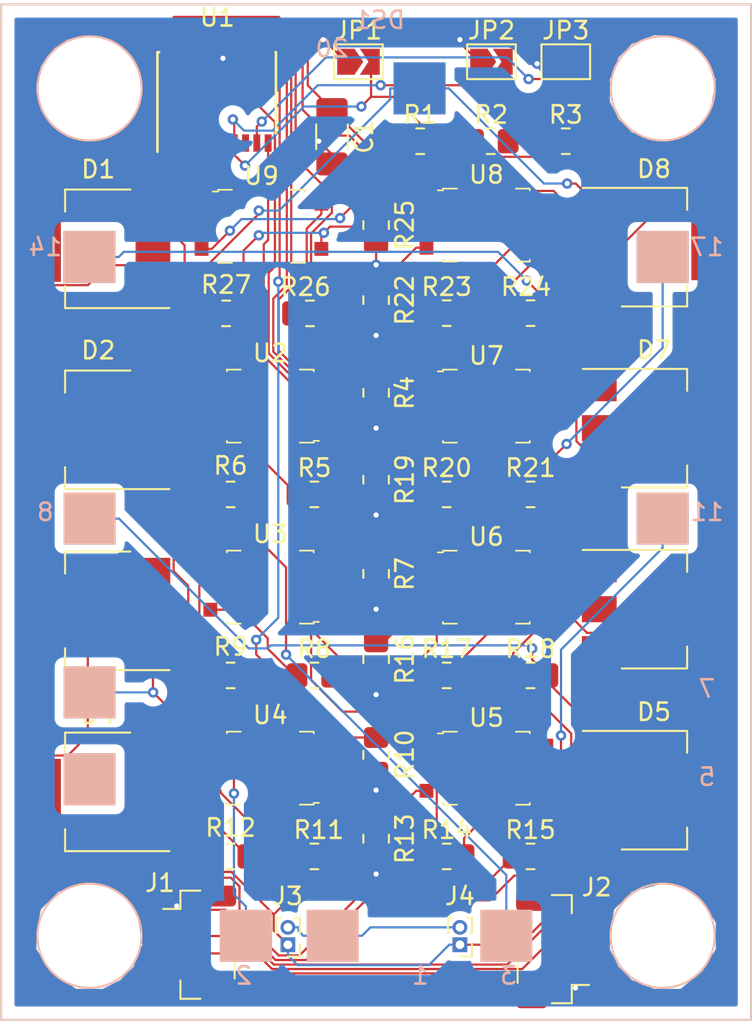
<source format=kicad_pcb>
(kicad_pcb (version 20171130) (host pcbnew 5.1.10-88a1d61d58~90~ubuntu20.04.1)
  (title_block (title "Alien Font Display Driver Board") (date 2021-11-24) (rev V0.0.1) (comment 3 "MIT License"))
  (layers (0 Front signal) (31 Back signal) (34 B.Paste user) (35 F.Paste user) (36 B.SilkS user) (37 F.SilkS user) (38 B.Mask user) (39 F.Mask user) (44 Edge.Cuts user))
  (net 0 "")
  (net 1 /SegA)
  (net 2 "Net-(D1-Pad3)")
  (net 3 HV_AC)
  (net 4 /SegB)
  (net 5 "Net-(D2-Pad3)")
  (net 6 /SegC)
  (net 7 "Net-(D3-Pad3)")
  (net 8 /SegD)
  (net 9 "Net-(D4-Pad3)")
  (net 10 /SegE)
  (net 11 "Net-(D5-Pad3)")
  (net 12 /SegF)
  (net 13 "Net-(D6-Pad3)")
  (net 14 /SegG)
  (net 15 "Net-(D7-Pad3)")
  (net 16 /SegH)
  (net 17 "Net-(D8-Pad3)")
  (net 18 GND1)
  (net 19 GND)
  (net 20 /EnbSegH)
  (net 21 /EnbSegG)
  (net 22 /EnbSegF)
  (net 23 /EnbSegE)
  (net 24 /EnbSegD)
  (net 25 /EnbSegC)
  (net 26 /EnbSegB)
  (net 27 /EnbSegA)
  (net 28 "Net-(R4-Pad1)")
  (net 29 "Net-(R5-Pad2)")
  (net 30 "Net-(R7-Pad1)")
  (net 31 "Net-(R8-Pad2)")
  (net 32 "Net-(R10-Pad1)")
  (net 33 "Net-(R11-Pad2)")
  (net 34 "Net-(R13-Pad1)")
  (net 35 "Net-(R14-Pad2)")
  (net 36 "Net-(R16-Pad1)")
  (net 37 "Net-(R17-Pad2)")
  (net 38 "Net-(R19-Pad1)")
  (net 39 "Net-(R20-Pad2)")
  (net 40 "Net-(R22-Pad1)")
  (net 41 "Net-(R23-Pad2)")
  (net 42 /A0)
  (net 43 /A1)
  (net 44 /A2)
  (net 45 +3V3)
  (net 46 "Net-(R25-Pad1)")
  (net 47 "Net-(R26-Pad2)")
  (net 48 /SDA)
  (net 49 /SCL)
  (module Connector_JST:JST_SH_BM04B-SRSS-TB_1x04-1MP_P1.00mm_Vertical (layer Front) (at 91.44 101.092 270)
    (fp_text reference J1 (at -3.556 2.286 180) (layer F.SilkS))
    (fp_text value Qwiic_Connector)
    (pad MP smd roundrect (at 2.8 -1.2 270) (size 1.2 1.8) (layers Front F.Paste F.Mask) (roundrect_rratio 0.208333))
    (pad MP smd roundrect (at -2.8 -1.2 270) (size 1.2 1.8) (layers Front F.Paste F.Mask) (roundrect_rratio 0.208333))
    (pad 4 smd roundrect (at 1.5 1.325 270) (size 0.6 1.55) (layers Front F.Paste F.Mask) (net 49 /SCL))
    (pad 3 smd roundrect (at 0.5 1.325 270) (size 0.6 1.55) (layers Front F.Paste F.Mask) (net 48 /SDA))
    (pad 2 smd roundrect (at -0.5 1.325 270) (size 0.6 1.55) (layers Front F.Paste F.Mask) (net 45 +3V3))
    (pad 1 smd roundrect (at -1.5 1.325 270) (size 0.6 1.55) (layers Front F.Paste F.Mask) (net 19 GND))
  )
  (module Connector_JST:JST_SH_BM04B-SRSS-TB_1x04-1MP_P1.00mm_Vertical (layer Front) (at 111.76 101.346 90)
    (fp_text reference J2 (at 3.556 2.54 180) (layer F.SilkS))
    (fp_text value Qwiic_Connector)
    (pad MP smd roundrect (at 2.8 -1.2 90) (size 1.2 1.8) (layers Front F.Paste F.Mask) (roundrect_rratio 0.208333))
    (pad MP smd roundrect (at -2.8 -1.2 90) (size 1.2 1.8) (layers Front F.Paste F.Mask) (roundrect_rratio 0.208333))
    (pad 4 smd roundrect (at 1.5 1.325 90) (size 0.6 1.55) (layers Front F.Paste F.Mask) (net 49 /SCL))
    (pad 3 smd roundrect (at 0.5 1.325 90) (size 0.6 1.55) (layers Front F.Paste F.Mask) (net 48 /SDA))
    (pad 2 smd roundrect (at -0.5 1.325 90) (size 0.6 1.55) (layers Front F.Paste F.Mask) (net 45 +3V3))
    (pad 1 smd roundrect (at -1.5 1.325 90) (size 0.6 1.55) (layers Front F.Paste F.Mask) (net 19 GND))
  )
  (module jdn_library:4-SMD_3.8x4.6mm (layer Front) (at 94.997 59.759)
    (fp_text reference U9 (at 0 -2.9) (layer F.SilkS))
    (fp_text value QTM3063T1)
    (pad 1 smd rect (at -3.45 -1.3) (size 0.8 0.8) (layers Front F.Paste F.Mask) (net 20 /EnbSegH))
    (pad 2 smd rect (at -3.45 1.3) (size 0.8 0.8) (layers Front F.Paste F.Mask) (net 46 "Net-(R25-Pad1)"))
    (pad 3 smd rect (at 3.45 1.3) (size 0.8 0.8) (layers Front F.Paste F.Mask) (net 17 "Net-(D8-Pad3)"))
    (pad 4 smd rect (at 3.45 -1.3) (size 0.8 0.8) (layers Front F.Paste F.Mask) (net 47 "Net-(R26-Pad2)"))
  )
  (module Package_SO:SSOP-20_4.4x6.5mm_P0.65mm (layer Front) (at 92.456 52.07 90)
    (fp_text reference U1 (at 4.318 0 180) (layer F.SilkS))
    (fp_text value PCF8574TS)
    (pad 20 smd rect (at 2.9 -2.925 90) (size 1 0.4) (layers Front F.Paste F.Mask) (net 20 /EnbSegH))
    (pad 19 smd rect (at 2.9 -2.275 90) (size 1 0.4) (layers Front F.Paste F.Mask) (net 21 /EnbSegG))
    (pad 18 smd rect (at 2.9 -1.625 90) (size 1 0.4) (layers Front F.Paste F.Mask))
    (pad 17 smd rect (at 2.9 -0.975 90) (size 1 0.4) (layers Front F.Paste F.Mask) (net 22 /EnbSegF))
    (pad 16 smd rect (at 2.9 -0.325 90) (size 1 0.4) (layers Front F.Paste F.Mask) (net 23 /EnbSegE))
    (pad 15 smd rect (at 2.9 0.325 90) (size 1 0.4) (layers Front F.Paste F.Mask) (net 19 GND))
    (pad 14 smd rect (at 2.9 0.975 90) (size 1 0.4) (layers Front F.Paste F.Mask) (net 24 /EnbSegD))
    (pad 13 smd rect (at 2.9 1.625 90) (size 1 0.4) (layers Front F.Paste F.Mask))
    (pad 12 smd rect (at 2.9 2.275 90) (size 1 0.4) (layers Front F.Paste F.Mask) (net 25 /EnbSegC))
    (pad 11 smd rect (at 2.9 2.925 90) (size 1 0.4) (layers Front F.Paste F.Mask) (net 26 /EnbSegB))
    (pad 10 smd rect (at -2.9 2.925 90) (size 1 0.4) (layers Front F.Paste F.Mask) (net 27 /EnbSegA))
    (pad 9 smd rect (at -2.9 2.275 90) (size 1 0.4) (layers Front F.Paste F.Mask) (net 44 /A2))
    (pad 8 smd rect (at -2.9 1.625 90) (size 1 0.4) (layers Front F.Paste F.Mask))
    (pad 7 smd rect (at -2.9 0.975 90) (size 1 0.4) (layers Front F.Paste F.Mask) (net 43 /A1))
    (pad 6 smd rect (at -2.9 0.325 90) (size 1 0.4) (layers Front F.Paste F.Mask) (net 42 /A0))
    (pad 5 smd rect (at -2.9 -0.325 90) (size 1 0.4) (layers Front F.Paste F.Mask) (net 45 +3V3))
    (pad 4 smd rect (at -2.9 -0.975 90) (size 1 0.4) (layers Front F.Paste F.Mask) (net 48 /SDA))
    (pad 3 smd rect (at -2.9 -1.625 90) (size 1 0.4) (layers Front F.Paste F.Mask))
    (pad 2 smd rect (at -2.9 -2.275 90) (size 1 0.4) (layers Front F.Paste F.Mask) (net 49 /SCL))
    (pad 1 smd rect (at -2.9 -2.925 90) (size 1 0.4) (layers Front F.Paste F.Mask))
  )
  (module Resistor_SMD:R_0805_2012Metric_Pad1.20x1.40mm_HandSolder (layer Front) (at 92.964 64.77)
    (fp_text reference R27 (at 0 -1.65) (layer F.SilkS))
    (fp_text value 390)
    (pad 2 smd roundrect (at 1 0) (size 1.2 1.4) (layers Front F.Paste F.Mask) (roundrect_rratio 0.208333) (net 17 "Net-(D8-Pad3)"))
    (pad 1 smd roundrect (at -1 0) (size 1.2 1.4) (layers Front F.Paste F.Mask) (roundrect_rratio 0.208333) (net 16 /SegH))
  )
  (module Resistor_SMD:R_0805_2012Metric_Pad1.20x1.40mm_HandSolder (layer Front) (at 97.79 64.77 180)
    (fp_text reference R26 (at 0.254 1.524) (layer F.SilkS))
    (fp_text value 390)
    (pad 2 smd roundrect (at 1 0 180) (size 1.2 1.4) (layers Front F.Paste F.Mask) (roundrect_rratio 0.208333) (net 47 "Net-(R26-Pad2)"))
    (pad 1 smd roundrect (at -1 0 180) (size 1.2 1.4) (layers Front F.Paste F.Mask) (roundrect_rratio 0.208333) (net 3 HV_AC))
  )
  (module Resistor_SMD:R_0805_2012Metric_Pad1.20x1.40mm_HandSolder (layer Front) (at 101.6 59.69 270)
    (fp_text reference R25 (at 0 -1.65 90) (layer F.SilkS))
    (fp_text value 390)
    (pad 2 smd roundrect (at 1 0 270) (size 1.2 1.4) (layers Front F.Paste F.Mask) (roundrect_rratio 0.208333) (net 19 GND))
    (pad 1 smd roundrect (at -1 0 270) (size 1.2 1.4) (layers Front F.Paste F.Mask) (roundrect_rratio 0.208333) (net 46 "Net-(R25-Pad1)"))
  )
  (module Jumper:SolderJumper-2_P1.3mm_Open_TrianglePad1.0x1.5mm (layer Front) (at 112.522 50.292)
    (fp_text reference JP3 (at 0 -1.8) (layer F.SilkS))
    (fp_text value ADDR2)
    (pad 1 smd custom (at -0.725 0) (size 0.3 0.3) (layers Front F.Mask) (net 19 GND) (options (clearance outline) (anchor rect)) (primitives (gr_poly (pts (xy -0.5 -0.75) (xy 0.5 -0.75) (xy 1 0) (xy 0.5 0.75) (xy -0.5 0.75)) (width 0))))
    (pad 2 smd custom (at 0.725 0) (size 0.3 0.3) (layers Front F.Mask) (net 44 /A2) (options (clearance outline) (anchor rect)) (primitives (gr_poly (pts (xy -0.65 -0.75) (xy 0.5 -0.75) (xy 0.5 0.75) (xy -0.65 0.75) (xy -0.15 0)) (width 0))))
  )
  (module Jumper:SolderJumper-2_P1.3mm_Open_TrianglePad1.0x1.5mm (layer Front) (at 108.241 50.292)
    (fp_text reference JP2 (at 0 -1.8) (layer F.SilkS))
    (fp_text value ADDR1)
    (pad 1 smd custom (at -0.725 0) (size 0.3 0.3) (layers Front F.Mask) (net 19 GND) (options (clearance outline) (anchor rect)) (primitives (gr_poly (pts (xy -0.5 -0.75) (xy 0.5 -0.75) (xy 1 0) (xy 0.5 0.75) (xy -0.5 0.75)) (width 0))))
    (pad 2 smd custom (at 0.725 0) (size 0.3 0.3) (layers Front F.Mask) (net 43 /A1) (options (clearance outline) (anchor rect)) (primitives (gr_poly (pts (xy -0.65 -0.75) (xy 0.5 -0.75) (xy 0.5 0.75) (xy -0.65 0.75) (xy -0.15 0)) (width 0))))
  )
  (module Jumper:SolderJumper-2_P1.3mm_Open_TrianglePad1.0x1.5mm (layer Front) (at 100.584 50.292)
    (fp_text reference JP1 (at 0 -1.8) (layer F.SilkS))
    (fp_text value ADDR0)
    (pad 1 smd custom (at -0.725 0) (size 0.3 0.3) (layers Front F.Mask) (net 19 GND) (options (clearance outline) (anchor rect)) (primitives (gr_poly (pts (xy -0.5 -0.75) (xy 0.5 -0.75) (xy 1 0) (xy 0.5 0.75) (xy -0.5 0.75)) (width 0))))
    (pad 2 smd custom (at 0.725 0) (size 0.3 0.3) (layers Front F.Mask) (net 42 /A0) (options (clearance outline) (anchor rect)) (primitives (gr_poly (pts (xy -0.65 -0.75) (xy 0.5 -0.75) (xy 0.5 0.75) (xy -0.65 0.75) (xy -0.15 0)) (width 0))))
  )
  (module Connector_PinHeader_1.00mm:PinHeader_1x02_P1.00mm_Vertical (layer Front) (at 106.426 101.092 180)
    (fp_text reference J4 (at 0 2.794) (layer F.SilkS))
    (fp_text value HighVoltageAC)
    (pad 2 thru_hole oval (at 0 1 180) (size 0.85 0.85) (drill 0.5) (layers *.Cu *.Mask) (net 18 GND1))
    (pad 1 thru_hole rect (at 0 0 180) (size 0.85 0.85) (drill 0.5) (layers *.Cu *.Mask) (net 3 HV_AC))
  )
  (module jdn_library:4-SMD_3.8x4.6mm (layer Front) (at 107.95 59.69)
    (fp_text reference U8 (at 0 -2.9) (layer F.SilkS))
    (fp_text value QTM3063T1)
    (pad 1 smd rect (at -3.45 -1.3) (size 0.8 0.8) (layers Front F.Paste F.Mask) (net 21 /EnbSegG))
    (pad 2 smd rect (at -3.45 1.3) (size 0.8 0.8) (layers Front F.Paste F.Mask) (net 40 "Net-(R22-Pad1)"))
    (pad 3 smd rect (at 3.45 1.3) (size 0.8 0.8) (layers Front F.Paste F.Mask) (net 15 "Net-(D7-Pad3)"))
    (pad 4 smd rect (at 3.45 -1.3) (size 0.8 0.8) (layers Front F.Paste F.Mask) (net 41 "Net-(R23-Pad2)"))
  )
  (module jdn_library:4-SMD_3.8x4.6mm (layer Front) (at 107.95 70.1057)
    (fp_text reference U7 (at 0 -2.9) (layer F.SilkS))
    (fp_text value QTM3063T1)
    (pad 1 smd rect (at -3.45 -1.3) (size 0.8 0.8) (layers Front F.Paste F.Mask) (net 22 /EnbSegF))
    (pad 2 smd rect (at -3.45 1.3) (size 0.8 0.8) (layers Front F.Paste F.Mask) (net 38 "Net-(R19-Pad1)"))
    (pad 3 smd rect (at 3.45 1.3) (size 0.8 0.8) (layers Front F.Paste F.Mask) (net 13 "Net-(D6-Pad3)"))
    (pad 4 smd rect (at 3.45 -1.3) (size 0.8 0.8) (layers Front F.Paste F.Mask) (net 39 "Net-(R20-Pad2)"))
  )
  (module jdn_library:4-SMD_3.8x4.6mm (layer Front) (at 107.95 80.5213)
    (fp_text reference U6 (at 0 -2.9) (layer F.SilkS))
    (fp_text value QTM3063T1)
    (pad 1 smd rect (at -3.45 -1.3) (size 0.8 0.8) (layers Front F.Paste F.Mask) (net 23 /EnbSegE))
    (pad 2 smd rect (at -3.45 1.3) (size 0.8 0.8) (layers Front F.Paste F.Mask) (net 36 "Net-(R16-Pad1)"))
    (pad 3 smd rect (at 3.45 1.3) (size 0.8 0.8) (layers Front F.Paste F.Mask) (net 11 "Net-(D5-Pad3)"))
    (pad 4 smd rect (at 3.45 -1.3) (size 0.8 0.8) (layers Front F.Paste F.Mask) (net 37 "Net-(R17-Pad2)"))
  )
  (module jdn_library:4-SMD_3.8x4.6mm (layer Front) (at 107.95 90.937)
    (fp_text reference U5 (at 0 -2.9) (layer F.SilkS))
    (fp_text value QTM3063T1)
    (pad 1 smd rect (at -3.45 -1.3) (size 0.8 0.8) (layers Front F.Paste F.Mask) (net 24 /EnbSegD))
    (pad 2 smd rect (at -3.45 1.3) (size 0.8 0.8) (layers Front F.Paste F.Mask) (net 34 "Net-(R13-Pad1)"))
    (pad 3 smd rect (at 3.45 1.3) (size 0.8 0.8) (layers Front F.Paste F.Mask) (net 9 "Net-(D4-Pad3)"))
    (pad 4 smd rect (at 3.45 -1.3) (size 0.8 0.8) (layers Front F.Paste F.Mask) (net 35 "Net-(R14-Pad2)"))
  )
  (module jdn_library:4-SMD_3.8x4.6mm (layer Front) (at 95.504 90.932 180)
    (fp_text reference U4 (at 0 3.048) (layer F.SilkS))
    (fp_text value QTM3063T1)
    (pad 1 smd rect (at -3.45 -1.3 180) (size 0.8 0.8) (layers Front F.Paste F.Mask) (net 25 /EnbSegC))
    (pad 2 smd rect (at -3.45 1.3 180) (size 0.8 0.8) (layers Front F.Paste F.Mask) (net 32 "Net-(R10-Pad1)"))
    (pad 3 smd rect (at 3.45 1.3 180) (size 0.8 0.8) (layers Front F.Paste F.Mask) (net 7 "Net-(D3-Pad3)"))
    (pad 4 smd rect (at 3.45 -1.3 180) (size 0.8 0.8) (layers Front F.Paste F.Mask) (net 33 "Net-(R11-Pad2)"))
  )
  (module jdn_library:4-SMD_3.8x4.6mm (layer Front) (at 95.504 80.518 180)
    (fp_text reference U3 (at 0 3.053) (layer F.SilkS))
    (fp_text value QTM3063T1)
    (pad 1 smd rect (at -3.45 -1.3 180) (size 0.8 0.8) (layers Front F.Paste F.Mask) (net 26 /EnbSegB))
    (pad 2 smd rect (at -3.45 1.3 180) (size 0.8 0.8) (layers Front F.Paste F.Mask) (net 30 "Net-(R7-Pad1)"))
    (pad 3 smd rect (at 3.45 1.3 180) (size 0.8 0.8) (layers Front F.Paste F.Mask) (net 5 "Net-(D2-Pad3)"))
    (pad 4 smd rect (at 3.45 -1.3 180) (size 0.8 0.8) (layers Front F.Paste F.Mask) (net 31 "Net-(R8-Pad2)"))
  )
  (module jdn_library:4-SMD_3.8x4.6mm (layer Front) (at 95.504 70.104 180)
    (fp_text reference U2 (at 0 3.048) (layer F.SilkS))
    (fp_text value QTM3063T1)
    (pad 1 smd rect (at -3.45 -1.3 180) (size 0.8 0.8) (layers Front F.Paste F.Mask) (net 27 /EnbSegA))
    (pad 2 smd rect (at -3.45 1.3 180) (size 0.8 0.8) (layers Front F.Paste F.Mask) (net 28 "Net-(R4-Pad1)"))
    (pad 3 smd rect (at 3.45 1.3 180) (size 0.8 0.8) (layers Front F.Paste F.Mask) (net 2 "Net-(D1-Pad3)"))
    (pad 4 smd rect (at 3.45 -1.3 180) (size 0.8 0.8) (layers Front F.Paste F.Mask) (net 29 "Net-(R5-Pad2)"))
  )
  (module Resistor_SMD:R_0805_2012Metric_Pad1.20x1.40mm_HandSolder (layer Front) (at 110.49 64.756 180)
    (fp_text reference R24 (at 0.254 1.51) (layer F.SilkS))
    (fp_text value 390)
    (pad 2 smd roundrect (at 1 0 180) (size 1.2 1.4) (layers Front F.Paste F.Mask) (roundrect_rratio 0.208333) (net 15 "Net-(D7-Pad3)"))
    (pad 1 smd roundrect (at -1 0 180) (size 1.2 1.4) (layers Front F.Paste F.Mask) (roundrect_rratio 0.208333) (net 14 /SegG))
  )
  (module Resistor_SMD:R_0805_2012Metric_Pad1.20x1.40mm_HandSolder (layer Front) (at 105.664 64.756)
    (fp_text reference R23 (at 0 -1.51) (layer F.SilkS))
    (fp_text value 390)
    (pad 2 smd roundrect (at 1 0) (size 1.2 1.4) (layers Front F.Paste F.Mask) (roundrect_rratio 0.208333) (net 41 "Net-(R23-Pad2)"))
    (pad 1 smd roundrect (at -1 0) (size 1.2 1.4) (layers Front F.Paste F.Mask) (roundrect_rratio 0.208333) (net 3 HV_AC))
  )
  (module Resistor_SMD:R_0805_2012Metric_Pad1.20x1.40mm_HandSolder (layer Front) (at 101.6 64.008 270)
    (fp_text reference R22 (at 0 -1.65 90) (layer F.SilkS))
    (fp_text value 390)
    (pad 2 smd roundrect (at 1 0 270) (size 1.2 1.4) (layers Front F.Paste F.Mask) (roundrect_rratio 0.208333) (net 19 GND))
    (pad 1 smd roundrect (at -1 0 270) (size 1.2 1.4) (layers Front F.Paste F.Mask) (roundrect_rratio 0.208333) (net 40 "Net-(R22-Pad1)"))
  )
  (module Resistor_SMD:R_0805_2012Metric_Pad1.20x1.40mm_HandSolder (layer Front) (at 110.49 75.184 180)
    (fp_text reference R21 (at 0 1.524) (layer F.SilkS))
    (fp_text value 390)
    (pad 2 smd roundrect (at 1 0 180) (size 1.2 1.4) (layers Front F.Paste F.Mask) (roundrect_rratio 0.208333) (net 13 "Net-(D6-Pad3)"))
    (pad 1 smd roundrect (at -1 0 180) (size 1.2 1.4) (layers Front F.Paste F.Mask) (roundrect_rratio 0.208333) (net 12 /SegF))
  )
  (module Resistor_SMD:R_0805_2012Metric_Pad1.20x1.40mm_HandSolder (layer Front) (at 105.664 75.184)
    (fp_text reference R20 (at 0 -1.524) (layer F.SilkS))
    (fp_text value 390)
    (pad 2 smd roundrect (at 1 0) (size 1.2 1.4) (layers Front F.Paste F.Mask) (roundrect_rratio 0.208333) (net 39 "Net-(R20-Pad2)"))
    (pad 1 smd roundrect (at -1 0) (size 1.2 1.4) (layers Front F.Paste F.Mask) (roundrect_rratio 0.208333) (net 3 HV_AC))
  )
  (module Resistor_SMD:R_0805_2012Metric_Pad1.20x1.40mm_HandSolder (layer Front) (at 101.6 74.3373 270)
    (fp_text reference R19 (at 0 -1.65 90) (layer F.SilkS))
    (fp_text value 390)
    (pad 2 smd roundrect (at 1 0 270) (size 1.2 1.4) (layers Front F.Paste F.Mask) (roundrect_rratio 0.208333) (net 19 GND))
    (pad 1 smd roundrect (at -1 0 270) (size 1.2 1.4) (layers Front F.Paste F.Mask) (roundrect_rratio 0.208333) (net 38 "Net-(R19-Pad1)"))
  )
  (module Resistor_SMD:R_0805_2012Metric_Pad1.20x1.40mm_HandSolder (layer Front) (at 110.49 85.598 180)
    (fp_text reference R18 (at 0 1.524) (layer F.SilkS))
    (fp_text value 390)
    (pad 2 smd roundrect (at 1 0 180) (size 1.2 1.4) (layers Front F.Paste F.Mask) (roundrect_rratio 0.208333) (net 11 "Net-(D5-Pad3)"))
    (pad 1 smd roundrect (at -1 0 180) (size 1.2 1.4) (layers Front F.Paste F.Mask) (roundrect_rratio 0.208333) (net 10 /SegE))
  )
  (module Resistor_SMD:R_0805_2012Metric_Pad1.20x1.40mm_HandSolder (layer Front) (at 105.664 85.598)
    (fp_text reference R17 (at 0 -1.524) (layer F.SilkS))
    (fp_text value 390)
    (pad 2 smd roundrect (at 1 0) (size 1.2 1.4) (layers Front F.Paste F.Mask) (roundrect_rratio 0.208333) (net 37 "Net-(R17-Pad2)"))
    (pad 1 smd roundrect (at -1 0) (size 1.2 1.4) (layers Front F.Paste F.Mask) (roundrect_rratio 0.208333) (net 3 HV_AC))
  )
  (module Resistor_SMD:R_0805_2012Metric_Pad1.20x1.40mm_HandSolder (layer Front) (at 101.6 84.6667 270)
    (fp_text reference R16 (at 0 -1.65 90) (layer F.SilkS))
    (fp_text value 390)
    (pad 2 smd roundrect (at 1 0 270) (size 1.2 1.4) (layers Front F.Paste F.Mask) (roundrect_rratio 0.208333) (net 19 GND))
    (pad 1 smd roundrect (at -1 0 270) (size 1.2 1.4) (layers Front F.Paste F.Mask) (roundrect_rratio 0.208333) (net 36 "Net-(R16-Pad1)"))
  )
  (module Resistor_SMD:R_0805_2012Metric_Pad1.20x1.40mm_HandSolder (layer Front) (at 110.49 96.012 180)
    (fp_text reference R15 (at 0 1.524) (layer F.SilkS))
    (fp_text value 390)
    (pad 2 smd roundrect (at 1 0 180) (size 1.2 1.4) (layers Front F.Paste F.Mask) (roundrect_rratio 0.208333) (net 9 "Net-(D4-Pad3)"))
    (pad 1 smd roundrect (at -1 0 180) (size 1.2 1.4) (layers Front F.Paste F.Mask) (roundrect_rratio 0.208333) (net 8 /SegD))
  )
  (module Resistor_SMD:R_0805_2012Metric_Pad1.20x1.40mm_HandSolder (layer Front) (at 105.664 96.012)
    (fp_text reference R14 (at 0 -1.524) (layer F.SilkS))
    (fp_text value 390)
    (pad 2 smd roundrect (at 1 0) (size 1.2 1.4) (layers Front F.Paste F.Mask) (roundrect_rratio 0.208333) (net 35 "Net-(R14-Pad2)"))
    (pad 1 smd roundrect (at -1 0) (size 1.2 1.4) (layers Front F.Paste F.Mask) (roundrect_rratio 0.208333) (net 3 HV_AC))
  )
  (module Resistor_SMD:R_0805_2012Metric_Pad1.20x1.40mm_HandSolder (layer Front) (at 101.6 94.996 270)
    (fp_text reference R13 (at 0 -1.65 90) (layer F.SilkS))
    (fp_text value 390)
    (pad 2 smd roundrect (at 1 0 270) (size 1.2 1.4) (layers Front F.Paste F.Mask) (roundrect_rratio 0.208333) (net 19 GND))
    (pad 1 smd roundrect (at -1 0 270) (size 1.2 1.4) (layers Front F.Paste F.Mask) (roundrect_rratio 0.208333) (net 34 "Net-(R13-Pad1)"))
  )
  (module Resistor_SMD:R_0805_2012Metric_Pad1.20x1.40mm_HandSolder (layer Front) (at 93.218 96.012)
    (fp_text reference R12 (at 0 -1.65) (layer F.SilkS))
    (fp_text value 390)
    (pad 2 smd roundrect (at 1 0) (size 1.2 1.4) (layers Front F.Paste F.Mask) (roundrect_rratio 0.208333) (net 7 "Net-(D3-Pad3)"))
    (pad 1 smd roundrect (at -1 0) (size 1.2 1.4) (layers Front F.Paste F.Mask) (roundrect_rratio 0.208333) (net 6 /SegC))
  )
  (module Resistor_SMD:R_0805_2012Metric_Pad1.20x1.40mm_HandSolder (layer Front) (at 98.044 96.012 180)
    (fp_text reference R11 (at -0.254 1.524) (layer F.SilkS))
    (fp_text value 390)
    (pad 2 smd roundrect (at 1 0 180) (size 1.2 1.4) (layers Front F.Paste F.Mask) (roundrect_rratio 0.208333) (net 33 "Net-(R11-Pad2)"))
    (pad 1 smd roundrect (at -1 0 180) (size 1.2 1.4) (layers Front F.Paste F.Mask) (roundrect_rratio 0.208333) (net 3 HV_AC))
  )
  (module Resistor_SMD:R_0805_2012Metric_Pad1.20x1.40mm_HandSolder (layer Front) (at 101.6 90.17 270)
    (fp_text reference R10 (at 0 -1.65 90) (layer F.SilkS))
    (fp_text value 390)
    (pad 2 smd roundrect (at 1 0 270) (size 1.2 1.4) (layers Front F.Paste F.Mask) (roundrect_rratio 0.208333) (net 19 GND))
    (pad 1 smd roundrect (at -1 0 270) (size 1.2 1.4) (layers Front F.Paste F.Mask) (roundrect_rratio 0.208333) (net 32 "Net-(R10-Pad1)"))
  )
  (module Resistor_SMD:R_0805_2012Metric_Pad1.20x1.40mm_HandSolder (layer Front) (at 93.218 85.598)
    (fp_text reference R9 (at 0 -1.65) (layer F.SilkS))
    (fp_text value 390)
    (pad 2 smd roundrect (at 1 0) (size 1.2 1.4) (layers Front F.Paste F.Mask) (roundrect_rratio 0.208333) (net 5 "Net-(D2-Pad3)"))
    (pad 1 smd roundrect (at -1 0) (size 1.2 1.4) (layers Front F.Paste F.Mask) (roundrect_rratio 0.208333) (net 4 /SegB))
  )
  (module Resistor_SMD:R_0805_2012Metric_Pad1.20x1.40mm_HandSolder (layer Front) (at 98.044 85.598 180)
    (fp_text reference R8 (at 0 1.524) (layer F.SilkS))
    (fp_text value 390)
    (pad 2 smd roundrect (at 1 0 180) (size 1.2 1.4) (layers Front F.Paste F.Mask) (roundrect_rratio 0.208333) (net 31 "Net-(R8-Pad2)"))
    (pad 1 smd roundrect (at -1 0 180) (size 1.2 1.4) (layers Front F.Paste F.Mask) (roundrect_rratio 0.208333) (net 3 HV_AC))
  )
  (module Resistor_SMD:R_0805_2012Metric_Pad1.20x1.40mm_HandSolder (layer Front) (at 101.6 79.756 270)
    (fp_text reference R7 (at 0 -1.65 90) (layer F.SilkS))
    (fp_text value 390)
    (pad 2 smd roundrect (at 1 0 270) (size 1.2 1.4) (layers Front F.Paste F.Mask) (roundrect_rratio 0.208333) (net 19 GND))
    (pad 1 smd roundrect (at -1 0 270) (size 1.2 1.4) (layers Front F.Paste F.Mask) (roundrect_rratio 0.208333) (net 30 "Net-(R7-Pad1)"))
  )
  (module Resistor_SMD:R_0805_2012Metric_Pad1.20x1.40mm_HandSolder (layer Front) (at 93.218 75.184)
    (fp_text reference R6 (at 0 -1.65) (layer F.SilkS))
    (fp_text value 390)
    (pad 2 smd roundrect (at 1 0) (size 1.2 1.4) (layers Front F.Paste F.Mask) (roundrect_rratio 0.208333) (net 2 "Net-(D1-Pad3)"))
    (pad 1 smd roundrect (at -1 0) (size 1.2 1.4) (layers Front F.Paste F.Mask) (roundrect_rratio 0.208333) (net 1 /SegA))
  )
  (module Resistor_SMD:R_0805_2012Metric_Pad1.20x1.40mm_HandSolder (layer Front) (at 98.044 75.184 180)
    (fp_text reference R5 (at 0 1.524) (layer F.SilkS))
    (fp_text value 390)
    (pad 2 smd roundrect (at 1 0 180) (size 1.2 1.4) (layers Front F.Paste F.Mask) (roundrect_rratio 0.208333) (net 29 "Net-(R5-Pad2)"))
    (pad 1 smd roundrect (at -1 0 180) (size 1.2 1.4) (layers Front F.Paste F.Mask) (roundrect_rratio 0.208333) (net 3 HV_AC))
  )
  (module Resistor_SMD:R_0805_2012Metric_Pad1.20x1.40mm_HandSolder (layer Front) (at 101.6 69.342 270)
    (fp_text reference R4 (at 0 -1.65 90) (layer F.SilkS))
    (fp_text value 390)
    (pad 2 smd roundrect (at 1 0 270) (size 1.2 1.4) (layers Front F.Paste F.Mask) (roundrect_rratio 0.208333) (net 19 GND))
    (pad 1 smd roundrect (at -1 0 270) (size 1.2 1.4) (layers Front F.Paste F.Mask) (roundrect_rratio 0.208333) (net 28 "Net-(R4-Pad1)"))
  )
  (module Resistor_SMD:R_0805_2012Metric_Pad1.20x1.40mm_HandSolder (layer Front) (at 112.522 54.864)
    (fp_text reference R3 (at 0 -1.524) (layer F.SilkS))
    (fp_text value "10K Ohm")
    (pad 2 smd roundrect (at 1 0) (size 1.2 1.4) (layers Front F.Paste F.Mask) (roundrect_rratio 0.208333) (net 44 /A2))
    (pad 1 smd roundrect (at -1 0) (size 1.2 1.4) (layers Front F.Paste F.Mask) (roundrect_rratio 0.208333) (net 45 +3V3))
  )
  (module Resistor_SMD:R_0805_2012Metric_Pad1.20x1.40mm_HandSolder (layer Front) (at 108.204 54.864)
    (fp_text reference R2 (at 0.016 -1.524 180) (layer F.SilkS))
    (fp_text value "10K Ohm")
    (pad 2 smd roundrect (at 1 0) (size 1.2 1.4) (layers Front F.Paste F.Mask) (roundrect_rratio 0.208333) (net 43 /A1))
    (pad 1 smd roundrect (at -1 0) (size 1.2 1.4) (layers Front F.Paste F.Mask) (roundrect_rratio 0.208333) (net 45 +3V3))
  )
  (module Resistor_SMD:R_0805_2012Metric_Pad1.20x1.40mm_HandSolder (layer Front) (at 104.14 54.864)
    (fp_text reference R1 (at 0 -1.524) (layer F.SilkS))
    (fp_text value "10K Ohm")
    (pad 2 smd roundrect (at 1 0) (size 1.2 1.4) (layers Front F.Paste F.Mask) (roundrect_rratio 0.208333) (net 42 /A0))
    (pad 1 smd roundrect (at -1 0) (size 1.2 1.4) (layers Front F.Paste F.Mask) (roundrect_rratio 0.208333) (net 45 +3V3))
  )
  (module Connector_PinHeader_1.00mm:PinHeader_1x02_P1.00mm_Vertical (layer Front) (at 96.52 101.092 180)
    (fp_text reference J3 (at 0 2.794) (layer F.SilkS))
    (fp_text value HighVoltageAC)
    (pad 2 thru_hole oval (at 0 1 180) (size 0.85 0.85) (drill 0.5) (layers *.Cu *.Mask) (net 18 GND1))
    (pad 1 thru_hole rect (at 0 0 180) (size 0.85 0.85) (drill 0.5) (layers *.Cu *.Mask) (net 3 HV_AC))
  )
  (module jdn_library:C63.396.208-02_SMD (layer Back) (at 101.6 76.2 180)
    (fp_text reference DS1 (at -0.207 28.312) (layer B.SilkS) (effects (justify mirror)))
    (fp_text value IEL-O-VI_C63.396.208-02_SMD)
    (fp_text user 8 (at 19.05 0) (layer B.SilkS) (effects (justify mirror)))
    (fp_text user 14 (at 19.05 15.24) (layer B.SilkS) (effects (justify mirror)))
    (fp_text user 20 (at 2.54 26.67) (layer B.SilkS) (effects (justify mirror)))
    (fp_text user 17 (at -19.05 15.24) (layer B.SilkS) (effects (justify mirror)))
    (fp_text user 11 (at -19.05 0) (layer B.SilkS) (effects (justify mirror)))
    (fp_text user 7 (at -19.05 -10.16) (layer B.SilkS) (effects (justify mirror)))
    (fp_text user 5 (at -19.05 -15.24) (layer B.SilkS) (effects (justify mirror)))
    (fp_text user 3 (at -7.62 -26.67) (layer B.SilkS) (effects (justify mirror)))
    (fp_text user 2 (at 7.62 -26.67) (layer B.SilkS) (effects (justify mirror)))
    (fp_text user 1 (at -2.54 -26.67) (layer B.SilkS) (effects (justify mirror)))
    (pad 8 smd rect (at -16.5 -0.375 180) (size 3 3) (layers Back B.Paste B.SilkS B.Mask) (net 8 /SegD))
    (pad 14 smd rect (at -16.5 14.675 180) (size 3 3) (layers Back B.Paste B.SilkS B.Mask) (net 12 /SegF))
    (pad 20 smd rect (at -2.5 24.375 180) (size 3 3) (layers Back B.Paste B.Mask) (net 16 /SegH))
    (pad 17 smd rect (at 16.51 14.675 180) (size 3 3) (layers Back B.Paste B.SilkS B.Mask) (net 14 /SegG))
    (pad 11 smd rect (at 16.5 -0.375 180) (size 3 3) (layers Back B.Paste B.SilkS B.Mask) (net 10 /SegE))
    (pad 7 smd rect (at 16.5 -10.375 180) (size 3 3) (layers Back B.Paste B.SilkS B.Mask) (net 6 /SegC))
    (pad 5 smd rect (at 16.5 -15.375 180) (size 3 3) (layers Back B.Paste B.SilkS B.Mask))
    (pad 1 smd rect (at 2.5 -24.375 180) (size 3 3) (layers Back B.Paste B.SilkS B.Mask) (net 18 GND1))
    (pad 2 smd rect (at -7.5 -24.375 180) (size 3 3) (layers Back B.Paste B.SilkS B.Mask) (net 1 /SegA))
    (pad 3 smd rect (at 7.5 -24.375 180) (size 3 3) (layers Back B.Paste B.SilkS B.Mask) (net 4 /SegB))
  )
  (module Package_TO_SOT_SMD:SOT-223 (layer Front) (at 117.602 60.96)
    (fp_text reference D8 (at 0 -4.5) (layer F.SilkS))
    (fp_text value Z0103MN)
    (pad 1 smd rect (at -3.15 -2.3) (size 2 1.5) (layers Front F.Paste F.Mask) (net 16 /SegH))
    (pad 3 smd rect (at -3.15 2.3) (size 2 1.5) (layers Front F.Paste F.Mask) (net 17 "Net-(D8-Pad3)"))
    (pad 2 smd rect (at -3.15 0) (size 2 1.5) (layers Front F.Paste F.Mask) (net 3 HV_AC))
    (pad 4 smd rect (at 3.15 0) (size 2 3.8) (layers Front F.Paste F.Mask) (net 3 HV_AC))
  )
  (module Package_TO_SOT_SMD:SOT-223 (layer Front) (at 117.602 71.374)
    (fp_text reference D7 (at 0 -4.5) (layer F.SilkS))
    (fp_text value Z0103MN)
    (pad 1 smd rect (at -3.15 -2.3) (size 2 1.5) (layers Front F.Paste F.Mask) (net 14 /SegG))
    (pad 3 smd rect (at -3.15 2.3) (size 2 1.5) (layers Front F.Paste F.Mask) (net 15 "Net-(D7-Pad3)"))
    (pad 2 smd rect (at -3.15 0) (size 2 1.5) (layers Front F.Paste F.Mask) (net 3 HV_AC))
    (pad 4 smd rect (at 3.15 0) (size 2 3.8) (layers Front F.Paste F.Mask) (net 3 HV_AC))
  )
  (module Package_TO_SOT_SMD:SOT-223 (layer Front) (at 117.602 81.788)
    (fp_text reference D6 (at 0 -4.5) (layer F.SilkS))
    (fp_text value Z0103MN)
    (pad 1 smd rect (at -3.15 -2.3) (size 2 1.5) (layers Front F.Paste F.Mask) (net 12 /SegF))
    (pad 3 smd rect (at -3.15 2.3) (size 2 1.5) (layers Front F.Paste F.Mask) (net 13 "Net-(D6-Pad3)"))
    (pad 2 smd rect (at -3.15 0) (size 2 1.5) (layers Front F.Paste F.Mask) (net 3 HV_AC))
    (pad 4 smd rect (at 3.15 0) (size 2 3.8) (layers Front F.Paste F.Mask) (net 3 HV_AC))
  )
  (module Package_TO_SOT_SMD:SOT-223 (layer Front) (at 117.602 92.202)
    (fp_text reference D5 (at 0 -4.5) (layer F.SilkS))
    (fp_text value Z0103MN)
    (pad 1 smd rect (at -3.15 -2.3) (size 2 1.5) (layers Front F.Paste F.Mask) (net 10 /SegE))
    (pad 3 smd rect (at -3.15 2.3) (size 2 1.5) (layers Front F.Paste F.Mask) (net 11 "Net-(D5-Pad3)"))
    (pad 2 smd rect (at -3.15 0) (size 2 1.5) (layers Front F.Paste F.Mask) (net 3 HV_AC))
    (pad 4 smd rect (at 3.15 0) (size 2 3.8) (layers Front F.Paste F.Mask) (net 3 HV_AC))
  )
  (module Package_TO_SOT_SMD:SOT-223 (layer Front) (at 85.598 92.297 180)
    (fp_text reference D4 (at 0 4.413) (layer F.SilkS))
    (fp_text value Z0103MN)
    (pad 1 smd rect (at -3.15 -2.3 180) (size 2 1.5) (layers Front F.Paste F.Mask) (net 8 /SegD))
    (pad 3 smd rect (at -3.15 2.3 180) (size 2 1.5) (layers Front F.Paste F.Mask) (net 9 "Net-(D4-Pad3)"))
    (pad 2 smd rect (at -3.15 0 180) (size 2 1.5) (layers Front F.Paste F.Mask) (net 3 HV_AC))
    (pad 4 smd rect (at 3.15 0 180) (size 2 3.8) (layers Front F.Paste F.Mask) (net 3 HV_AC))
  )
  (module Package_TO_SOT_SMD:SOT-223 (layer Front) (at 85.598 81.883 180)
    (fp_text reference D3 (at 0 4.572) (layer F.SilkS))
    (fp_text value Z0103MN)
    (pad 1 smd rect (at -3.15 -2.3 180) (size 2 1.5) (layers Front F.Paste F.Mask) (net 6 /SegC))
    (pad 3 smd rect (at -3.15 2.3 180) (size 2 1.5) (layers Front F.Paste F.Mask) (net 7 "Net-(D3-Pad3)"))
    (pad 2 smd rect (at -3.15 0 180) (size 2 1.5) (layers Front F.Paste F.Mask) (net 3 HV_AC))
    (pad 4 smd rect (at 3.15 0 180) (size 2 3.8) (layers Front F.Paste F.Mask) (net 3 HV_AC))
  )
  (module Package_TO_SOT_SMD:SOT-223 (layer Front) (at 85.598 71.469 180)
    (fp_text reference D2 (at 0 4.572) (layer F.SilkS))
    (fp_text value Z0103MN)
    (pad 1 smd rect (at -3.15 -2.3 180) (size 2 1.5) (layers Front F.Paste F.Mask) (net 4 /SegB))
    (pad 3 smd rect (at -3.15 2.3 180) (size 2 1.5) (layers Front F.Paste F.Mask) (net 5 "Net-(D2-Pad3)"))
    (pad 2 smd rect (at -3.15 0 180) (size 2 1.5) (layers Front F.Paste F.Mask) (net 3 HV_AC))
    (pad 4 smd rect (at 3.15 0 180) (size 2 3.8) (layers Front F.Paste F.Mask) (net 3 HV_AC))
  )
  (module Package_TO_SOT_SMD:SOT-223 (layer Front) (at 85.598 61.055 180)
    (fp_text reference D1 (at 0 4.572) (layer F.SilkS))
    (fp_text value Z0103MN)
    (pad 1 smd rect (at -3.15 -2.3 180) (size 2 1.5) (layers Front F.Paste F.Mask) (net 1 /SegA))
    (pad 3 smd rect (at -3.15 2.3 180) (size 2 1.5) (layers Front F.Paste F.Mask) (net 2 "Net-(D1-Pad3)"))
    (pad 2 smd rect (at -3.15 0 180) (size 2 1.5) (layers Front F.Paste F.Mask) (net 3 HV_AC))
    (pad 4 smd rect (at 3.15 0 180) (size 2 3.8) (layers Front F.Paste F.Mask) (net 3 HV_AC))
  )
  (module Capacitor_SMD:C_1206_3216Metric_Pad1.33x1.80mm_HandSolder (layer Front) (at 99.06 54.61 270)
    (fp_text reference C1 (at 0 -1.85 90) (layer F.SilkS))
    (fp_text value "0.1 uFd")
    (pad 1 smd roundrect (at -1.5625 0 270) (size 1.325 1.8) (layers Front F.Paste F.Mask) (roundrect_rratio 0.188679) (net 45 +3V3))
    (pad 2 smd roundrect (at 1.5625 0 270) (size 1.325 1.8) (layers Front F.Paste F.Mask) (roundrect_rratio 0.188679) (net 19 GND))
  )
  (gr_line (start 123.19 46.99) (end 123.19 105.41) (layer Edge.Cuts) (width 0.05))
  (gr_line (start 80.01 105.41) (end 80.01 46.99) (layer Edge.Cuts) (width 0.05))
  (gr_line (start 123.19 105.41) (end 80.01 105.41) (layer Edge.Cuts) (width 0.05))
  (gr_line (start 80.01 46.99) (end 123.19 46.99) (layer Edge.Cuts) (width 0.05))
  (segment (start 96.4155 84.4005) (end 96.4155 79.3815) (width 0.127) (layer Front) (net 1))
  (segment (start 96.4155 79.3815) (end 92.218 75.184) (width 0.127) (layer Front) (net 1))
  (segment (start 88.748 64.2958) (end 90.8019 66.3497) (width 0.127) (layer Front) (net 1))
  (segment (start 90.8019 66.3497) (end 90.8019 73.7679) (width 0.127) (layer Front) (net 1))
  (segment (start 90.8019 73.7679) (end 92.218 75.184) (width 0.127) (layer Front) (net 1))
  (segment (start 96.4155 84.4005) (end 109.1 97.085) (width 0.127) (layer Back) (net 1))
  (segment (start 109.1 97.085) (end 109.1 100.575) (width 0.127) (layer Back) (net 1))
  (segment (start 88.748 63.355) (end 88.748 64.2958) (width 0.127) (layer Front) (net 1))
  (via (at 96.4155 84.4005) (size 0.6) (layers Front Back) (net 1))
  (segment (start 92.054 68.804) (end 92.054 68.2132) (width 0.127) (layer Front) (net 2))
  (segment (start 88.748 59.6958) (end 89.4103 59.6958) (width 0.127) (layer Front) (net 2))
  (segment (start 89.4103 59.6958) (end 90.5716 60.8571) (width 0.127) (layer Front) (net 2))
  (segment (start 90.5716 60.8571) (end 90.5716 65.4839) (width 0.127) (layer Front) (net 2))
  (segment (start 90.5716 65.4839) (end 92.0539 66.9662) (width 0.127) (layer Front) (net 2))
  (segment (start 92.0539 66.9662) (end 92.0539 68.2132) (width 0.127) (layer Front) (net 2))
  (segment (start 92.0539 68.2132) (end 92.054 68.2132) (width 0.127) (layer Front) (net 2))
  (segment (start 88.748 58.755) (end 88.748 59.6958) (width 0.127) (layer Front) (net 2))
  (segment (start 92.054 69.0994) (end 92.054 68.804) (width 0.127) (layer Front) (net 2))
  (segment (start 92.054 69.0994) (end 92.054 69.3948) (width 0.127) (layer Front) (net 2))
  (segment (start 94.218 75.184) (end 91.4632 72.4292) (width 0.127) (layer Front) (net 2))
  (segment (start 91.4632 72.4292) (end 91.4632 69.9856) (width 0.127) (layer Front) (net 2))
  (segment (start 91.4632 69.9856) (end 92.054 69.3948) (width 0.127) (layer Front) (net 2))
  (segment (start 104.664 64.756) (end 105.0909 65.1829) (width 0.127) (layer Front) (net 3))
  (segment (start 105.0909 65.1829) (end 105.0909 74.7571) (width 0.127) (layer Front) (net 3))
  (segment (start 105.0909 74.7571) (end 104.664 75.184) (width 0.127) (layer Front) (net 3))
  (segment (start 98.79 64.77) (end 99.3486 64.2114) (width 0.127) (layer Front) (net 3))
  (segment (start 99.3486 64.2114) (end 104.1194 64.2114) (width 0.127) (layer Front) (net 3))
  (segment (start 104.1194 64.2114) (end 104.664 64.756) (width 0.127) (layer Front) (net 3))
  (segment (start 103.9359 84.8699) (end 105.0909 83.7149) (width 0.127) (layer Front) (net 3))
  (segment (start 105.0909 83.7149) (end 105.0909 75.6109) (width 0.127) (layer Front) (net 3))
  (segment (start 105.0909 75.6109) (end 104.664 75.184) (width 0.127) (layer Front) (net 3))
  (segment (start 99.044 75.184) (end 98.1089 76.1191) (width 0.127) (layer Front) (net 3))
  (segment (start 98.1089 76.1191) (end 98.1089 83.2067) (width 0.127) (layer Front) (net 3))
  (segment (start 98.1089 83.2067) (end 99.7721 84.8699) (width 0.127) (layer Front) (net 3))
  (segment (start 99.7721 84.8699) (end 99.044 85.598) (width 0.127) (layer Front) (net 3))
  (segment (start 103.9359 84.8699) (end 99.7721 84.8699) (width 0.127) (layer Front) (net 3))
  (segment (start 104.664 85.598) (end 103.9359 84.8699) (width 0.127) (layer Front) (net 3))
  (segment (start 106.426 101.092) (end 105.8102 101.092) (width 0.127) (layer Back) (net 3))
  (segment (start 96.52 101.092) (end 96.52 101.7078) (width 0.127) (layer Back) (net 3))
  (segment (start 96.52 101.7078) (end 97.0781 102.2659) (width 0.127) (layer Back) (net 3))
  (segment (start 97.0781 102.2659) (end 104.6363 102.2659) (width 0.127) (layer Back) (net 3))
  (segment (start 104.6363 102.2659) (end 105.8102 101.092) (width 0.127) (layer Back) (net 3))
  (segment (start 106.426 101.092) (end 109.8864 101.092) (width 0.127) (layer Front) (net 3))
  (segment (start 109.8864 101.092) (end 115.6428 95.3356) (width 0.127) (layer Front) (net 3))
  (segment (start 115.6428 95.3356) (end 115.6428 92.202) (width 0.127) (layer Front) (net 3))
  (segment (start 114.452 92.202) (end 115.6428 92.202) (width 0.127) (layer Front) (net 3))
  (segment (start 120.752 91.8304) (end 116.0144 91.8304) (width 0.127) (layer Front) (net 3))
  (segment (start 116.0144 91.8304) (end 115.6428 92.202) (width 0.127) (layer Front) (net 3))
  (segment (start 120.752 91.8304) (end 120.752 91.4588) (width 0.127) (layer Front) (net 3))
  (segment (start 120.752 92.202) (end 120.752 91.8304) (width 0.127) (layer Front) (net 3))
  (segment (start 103.8486 95.1966) (end 105.0909 93.9543) (width 0.127) (layer Front) (net 3))
  (segment (start 105.0909 93.9543) (end 105.0909 86.0249) (width 0.127) (layer Front) (net 3))
  (segment (start 105.0909 86.0249) (end 104.664 85.598) (width 0.127) (layer Front) (net 3))
  (segment (start 120.752 91.4588) (end 120.752 83.8788) (width 0.127) (layer Front) (net 3))
  (segment (start 120.752 81.788) (end 120.752 83.8788) (width 0.127) (layer Front) (net 3))
  (segment (start 82.448 92.297) (end 82.448 90.2062) (width 0.127) (layer Front) (net 3))
  (segment (start 84.9976 83.9738) (end 85.4664 83.9738) (width 0.127) (layer Front) (net 3))
  (segment (start 85.4664 83.9738) (end 87.5572 81.883) (width 0.127) (layer Front) (net 3))
  (segment (start 82.448 83.9738) (end 84.9976 83.9738) (width 0.127) (layer Front) (net 3))
  (segment (start 84.9976 83.9738) (end 84.9976 89.0538) (width 0.127) (layer Front) (net 3))
  (segment (start 84.9976 89.0538) (end 83.8452 90.2062) (width 0.127) (layer Front) (net 3))
  (segment (start 83.8452 90.2062) (end 82.448 90.2062) (width 0.127) (layer Front) (net 3))
  (segment (start 89.005 92.4238) (end 89.9389 91.4899) (width 0.127) (layer Front) (net 3))
  (segment (start 89.9389 91.4899) (end 89.9389 89.1658) (width 0.127) (layer Front) (net 3))
  (segment (start 89.9389 89.1658) (end 89.8269 89.0538) (width 0.127) (layer Front) (net 3))
  (segment (start 89.8269 89.0538) (end 84.9976 89.0538) (width 0.127) (layer Front) (net 3))
  (segment (start 82.448 81.883) (end 82.448 83.9738) (width 0.127) (layer Front) (net 3))
  (segment (start 88.748 81.883) (end 87.5572 81.883) (width 0.127) (layer Front) (net 3))
  (segment (start 82.448 73.5598) (end 82.448 81.883) (width 0.127) (layer Front) (net 3))
  (segment (start 89.005 92.4238) (end 88.748 92.4238) (width 0.127) (layer Front) (net 3))
  (segment (start 95.7056 99.3504) (end 93.2591 96.9039) (width 0.127) (layer Front) (net 3))
  (segment (start 93.2591 96.9039) (end 91.6794 96.9039) (width 0.127) (layer Front) (net 3))
  (segment (start 91.6794 96.9039) (end 90.3334 95.5579) (width 0.127) (layer Front) (net 3))
  (segment (start 90.3334 95.5579) (end 90.3334 93.7522) (width 0.127) (layer Front) (net 3))
  (segment (start 90.3334 93.7522) (end 89.005 92.4238) (width 0.127) (layer Front) (net 3))
  (segment (start 88.748 92.297) (end 88.748 92.4238) (width 0.127) (layer Front) (net 3))
  (segment (start 82.448 71.469) (end 82.448 73.5598) (width 0.127) (layer Front) (net 3))
  (segment (start 82.448 73.5598) (end 85.4664 73.5598) (width 0.127) (layer Front) (net 3))
  (segment (start 85.4664 73.5598) (end 87.5572 71.469) (width 0.127) (layer Front) (net 3))
  (segment (start 88.748 71.469) (end 87.5572 71.469) (width 0.127) (layer Front) (net 3))
  (segment (start 82.448 63.1458) (end 82.448 71.469) (width 0.127) (layer Front) (net 3))
  (segment (start 88.748 61.9958) (end 86.1526 61.9958) (width 0.127) (layer Front) (net 3))
  (segment (start 86.1526 61.9958) (end 85.0026 63.1458) (width 0.127) (layer Front) (net 3))
  (segment (start 85.0026 63.1458) (end 82.448 63.1458) (width 0.127) (layer Front) (net 3))
  (segment (start 82.448 61.055) (end 82.448 63.1458) (width 0.127) (layer Front) (net 3))
  (segment (start 95.7056 99.3504) (end 99.044 96.012) (width 0.127) (layer Front) (net 3))
  (segment (start 96.52 101.092) (end 95.7056 100.2776) (width 0.127) (layer Front) (net 3))
  (segment (start 95.7056 100.2776) (end 95.7056 99.3504) (width 0.127) (layer Front) (net 3))
  (segment (start 103.8486 95.1966) (end 104.664 96.012) (width 0.127) (layer Front) (net 3))
  (segment (start 103.8486 95.1966) (end 99.8594 95.1966) (width 0.127) (layer Front) (net 3))
  (segment (start 99.8594 95.1966) (end 99.044 96.012) (width 0.127) (layer Front) (net 3))
  (segment (start 120.752 79.6972) (end 120.752 71.374) (width 0.127) (layer Front) (net 3))
  (segment (start 120.752 81.788) (end 120.752 79.6972) (width 0.127) (layer Front) (net 3))
  (segment (start 120.752 79.6972) (end 117.7336 79.6972) (width 0.127) (layer Front) (net 3))
  (segment (start 117.7336 79.6972) (end 115.6428 81.788) (width 0.127) (layer Front) (net 3))
  (segment (start 114.452 81.788) (end 115.6428 81.788) (width 0.127) (layer Front) (net 3))
  (segment (start 120.752 60.96) (end 120.752 58.8692) (width 0.127) (layer Front) (net 3))
  (segment (start 120.752 58.8692) (end 117.7336 58.8692) (width 0.127) (layer Front) (net 3))
  (segment (start 117.7336 58.8692) (end 115.6428 60.96) (width 0.127) (layer Front) (net 3))
  (segment (start 114.452 60.96) (end 115.6428 60.96) (width 0.127) (layer Front) (net 3))
  (segment (start 120.752 69.2832) (end 120.752 60.96) (width 0.127) (layer Front) (net 3))
  (segment (start 120.752 71.374) (end 120.752 69.2832) (width 0.127) (layer Front) (net 3))
  (segment (start 120.752 69.2832) (end 117.7336 69.2832) (width 0.127) (layer Front) (net 3))
  (segment (start 117.7336 69.2832) (end 115.6428 71.374) (width 0.127) (layer Front) (net 3))
  (segment (start 114.452 71.374) (end 115.6428 71.374) (width 0.127) (layer Front) (net 3))
  (segment (start 88.748 61.055) (end 88.748 61.9958) (width 0.127) (layer Front) (net 3))
  (segment (start 88.748 73.769) (end 88.748 74.7098) (width 0.127) (layer Front) (net 4))
  (segment (start 88.748 74.7098) (end 89.9389 75.9007) (width 0.127) (layer Front) (net 4))
  (segment (start 89.9389 75.9007) (end 89.9389 79.604) (width 0.127) (layer Front) (net 4))
  (segment (start 89.9389 79.604) (end 90.7804 80.4455) (width 0.127) (layer Front) (net 4))
  (segment (start 90.7804 80.4455) (end 90.7804 84.1604) (width 0.127) (layer Front) (net 4))
  (segment (start 90.7804 84.1604) (end 92.218 85.598) (width 0.127) (layer Front) (net 4))
  (segment (start 92.218 85.598) (end 93.412 86.792) (width 0.127) (layer Front) (net 4))
  (segment (start 93.412 86.792) (end 93.412 92.3918) (width 0.127) (layer Front) (net 4))
  (segment (start 93.412 92.3918) (end 93.412 98.1962) (width 0.127) (layer Back) (net 4))
  (segment (start 93.412 98.1962) (end 94.1 98.8842) (width 0.127) (layer Back) (net 4))
  (segment (start 94.1 100.575) (end 94.1 98.8842) (width 0.127) (layer Back) (net 4))
  (via (at 93.412 92.3918) (size 0.6) (layers Front Back) (net 4))
  (segment (start 92.054 79.218) (end 92.054 78.6272) (width 0.127) (layer Front) (net 5))
  (segment (start 88.748 69.169) (end 88.748 70.1098) (width 0.127) (layer Front) (net 5))
  (segment (start 88.748 70.1098) (end 89.4536 70.1098) (width 0.127) (layer Front) (net 5))
  (segment (start 89.4536 70.1098) (end 90.1933 70.8495) (width 0.127) (layer Front) (net 5))
  (segment (start 90.1933 70.8495) (end 90.1933 76.7665) (width 0.127) (layer Front) (net 5))
  (segment (start 90.1933 76.7665) (end 92.054 78.6272) (width 0.127) (layer Front) (net 5))
  (segment (start 92.054 79.8088) (end 91.4202 80.4426) (width 0.127) (layer Front) (net 5))
  (segment (start 91.4202 80.4426) (end 91.4202 82.8002) (width 0.127) (layer Front) (net 5))
  (segment (start 91.4202 82.8002) (end 94.218 85.598) (width 0.127) (layer Front) (net 5))
  (segment (start 92.054 79.218) (end 92.054 79.8088) (width 0.127) (layer Front) (net 5))
  (segment (start 92.218 96.012) (end 92.218 95.2772) (width 0.127) (layer Front) (net 6))
  (segment (start 92.218 95.2772) (end 90.499 93.5582) (width 0.127) (layer Front) (net 6))
  (segment (start 90.499 93.5582) (end 90.499 88.3126) (width 0.127) (layer Front) (net 6))
  (segment (start 90.499 88.3126) (end 88.7614 86.575) (width 0.127) (layer Front) (net 6))
  (segment (start 88.748 84.183) (end 88.748 86.5616) (width 0.127) (layer Front) (net 6))
  (segment (start 88.748 86.5616) (end 88.7614 86.575) (width 0.127) (layer Front) (net 6))
  (segment (start 85.1 86.575) (end 88.7614 86.575) (width 0.127) (layer Back) (net 6))
  (via (at 88.7614 86.575) (size 0.6) (layers Front Back) (net 6))
  (segment (start 92.054 89.632) (end 92.054 89.0412) (width 0.127) (layer Front) (net 7))
  (segment (start 88.748 79.583) (end 88.748 80.5238) (width 0.127) (layer Front) (net 7))
  (segment (start 88.748 80.5238) (end 89.4536 80.5238) (width 0.127) (layer Front) (net 7))
  (segment (start 89.4536 80.5238) (end 90.3205 81.3907) (width 0.127) (layer Front) (net 7))
  (segment (start 90.3205 81.3907) (end 90.3205 87.3077) (width 0.127) (layer Front) (net 7))
  (segment (start 90.3205 87.3077) (end 92.054 89.0412) (width 0.127) (layer Front) (net 7))
  (segment (start 94.218 96.012) (end 91.4632 93.2572) (width 0.127) (layer Front) (net 7))
  (segment (start 91.4632 93.2572) (end 91.4632 90.8136) (width 0.127) (layer Front) (net 7))
  (segment (start 91.4632 90.8136) (end 92.054 90.2228) (width 0.127) (layer Front) (net 7))
  (segment (start 92.054 89.632) (end 92.054 90.2228) (width 0.127) (layer Front) (net 7))
  (segment (start 111.49 96.012) (end 112.247 95.255) (width 0.127) (layer Front) (net 8))
  (segment (start 112.247 95.255) (end 112.247 89.0553) (width 0.127) (layer Front) (net 8))
  (segment (start 118.1 78.2658) (end 112.247 84.1188) (width 0.127) (layer Back) (net 8))
  (segment (start 112.247 84.1188) (end 112.247 89.0553) (width 0.127) (layer Back) (net 8))
  (segment (start 111.49 96.012) (end 110.3849 97.1171) (width 0.127) (layer Front) (net 8))
  (segment (start 110.3849 97.1171) (end 109.5546 97.1171) (width 0.127) (layer Front) (net 8))
  (segment (start 109.5546 97.1171) (end 108.1339 98.5378) (width 0.127) (layer Front) (net 8))
  (segment (start 108.1339 98.5378) (end 101.0015 98.5378) (width 0.127) (layer Front) (net 8))
  (segment (start 101.0015 98.5378) (end 97.5677 101.9716) (width 0.127) (layer Front) (net 8))
  (segment (start 97.5677 101.9716) (end 95.8055 101.9716) (width 0.127) (layer Front) (net 8))
  (segment (start 95.8055 101.9716) (end 92.9178 99.0839) (width 0.127) (layer Front) (net 8))
  (segment (start 92.9178 99.0839) (end 91.7831 99.0839) (width 0.127) (layer Front) (net 8))
  (segment (start 91.7831 99.0839) (end 88.748 96.0488) (width 0.127) (layer Front) (net 8))
  (segment (start 88.748 96.0488) (end 88.748 94.597) (width 0.127) (layer Front) (net 8))
  (segment (start 118.1 76.575) (end 118.1 78.2658) (width 0.127) (layer Back) (net 8))
  (via (at 112.247 89.0553) (size 0.6) (layers Front Back) (net 8))
  (segment (start 88.748 90.9378) (end 88.0424 90.9378) (width 0.127) (layer Front) (net 9))
  (segment (start 88.0424 90.9378) (end 87.5571 91.4231) (width 0.127) (layer Front) (net 9))
  (segment (start 87.5571 91.4231) (end 87.5571 93.1658) (width 0.127) (layer Front) (net 9))
  (segment (start 87.5571 93.1658) (end 87.7833 93.392) (width 0.127) (layer Front) (net 9))
  (segment (start 87.7833 93.392) (end 89.6135 93.392) (width 0.127) (layer Front) (net 9))
  (segment (start 89.6135 93.392) (end 89.952 93.7305) (width 0.127) (layer Front) (net 9))
  (segment (start 89.952 93.7305) (end 89.952 95.5754) (width 0.127) (layer Front) (net 9))
  (segment (start 89.952 95.5754) (end 91.6158 97.2392) (width 0.127) (layer Front) (net 9))
  (segment (start 91.6158 97.2392) (end 93.2347 97.2392) (width 0.127) (layer Front) (net 9))
  (segment (start 93.2347 97.2392) (end 93.7319 97.7364) (width 0.127) (layer Front) (net 9))
  (segment (start 93.7319 97.7364) (end 93.7319 99.4545) (width 0.127) (layer Front) (net 9))
  (segment (start 93.7319 99.4545) (end 95.9853 101.7079) (width 0.127) (layer Front) (net 9))
  (segment (start 95.9853 101.7079) (end 97.1866 101.7079) (width 0.127) (layer Front) (net 9))
  (segment (start 97.1866 101.7079) (end 101.2675 97.627) (width 0.127) (layer Front) (net 9))
  (segment (start 101.2675 97.627) (end 107.875 97.627) (width 0.127) (layer Front) (net 9))
  (segment (start 107.875 97.627) (end 109.49 96.012) (width 0.127) (layer Front) (net 9))
  (segment (start 109.49 96.012) (end 109.49 94.7378) (width 0.127) (layer Front) (net 9))
  (segment (start 109.49 94.7378) (end 111.4 92.8278) (width 0.127) (layer Front) (net 9))
  (segment (start 111.4 92.237) (end 111.4 92.8278) (width 0.127) (layer Front) (net 9))
  (segment (start 88.748 89.997) (end 88.748 90.9378) (width 0.127) (layer Front) (net 9))
  (segment (start 110.5874 84.0438) (end 110.4118 83.8682) (width 0.127) (layer Back) (net 10))
  (segment (start 110.4118 83.8682) (end 95.5149 83.8682) (width 0.127) (layer Back) (net 10))
  (segment (start 95.5149 83.8682) (end 95.3393 84.0438) (width 0.127) (layer Back) (net 10))
  (segment (start 95.3393 84.0438) (end 94.2596 84.0438) (width 0.127) (layer Back) (net 10))
  (segment (start 94.2596 84.0438) (end 86.7908 76.575) (width 0.127) (layer Back) (net 10))
  (segment (start 111.49 85.598) (end 110.5875 84.6955) (width 0.127) (layer Front) (net 10))
  (segment (start 110.5875 84.6955) (end 110.5875 84.0438) (width 0.127) (layer Front) (net 10))
  (segment (start 110.5875 84.0438) (end 110.5874 84.0438) (width 0.127) (layer Front) (net 10))
  (segment (start 85.1 76.575) (end 86.7908 76.575) (width 0.127) (layer Back) (net 10))
  (segment (start 114.452 88.9612) (end 111.49 85.9992) (width 0.127) (layer Front) (net 10))
  (segment (start 111.49 85.9992) (end 111.49 85.598) (width 0.127) (layer Front) (net 10))
  (segment (start 114.452 89.902) (end 114.452 88.9612) (width 0.127) (layer Front) (net 10))
  (via (at 110.5874 84.0438) (size 0.6) (layers Front Back) (net 10))
  (segment (start 114.452 94.502) (end 114.452 93.5612) (width 0.127) (layer Front) (net 11))
  (segment (start 114.452 93.5612) (end 113.7464 93.5612) (width 0.127) (layer Front) (net 11))
  (segment (start 113.7464 93.5612) (end 112.835 92.6498) (width 0.127) (layer Front) (net 11))
  (segment (start 112.835 92.6498) (end 112.835 88.943) (width 0.127) (layer Front) (net 11))
  (segment (start 112.835 88.943) (end 109.49 85.598) (width 0.127) (layer Front) (net 11))
  (segment (start 111.4 81.8213) (end 111.4 82.4121) (width 0.127) (layer Front) (net 11))
  (segment (start 111.4 82.4121) (end 109.49 84.3221) (width 0.127) (layer Front) (net 11))
  (segment (start 109.49 84.3221) (end 109.49 85.598) (width 0.127) (layer Front) (net 11))
  (segment (start 112.5677 72.2832) (end 111.49 73.3609) (width 0.127) (layer Front) (net 12))
  (segment (start 111.49 73.3609) (end 111.49 75.184) (width 0.127) (layer Front) (net 12))
  (segment (start 118.1 61.525) (end 118.1 66.7509) (width 0.127) (layer Back) (net 12))
  (segment (start 118.1 66.7509) (end 112.5677 72.2832) (width 0.127) (layer Back) (net 12))
  (segment (start 114.452 79.488) (end 114.452 78.5472) (width 0.127) (layer Front) (net 12))
  (segment (start 114.452 78.5472) (end 111.49 75.5852) (width 0.127) (layer Front) (net 12))
  (segment (start 111.49 75.5852) (end 111.49 75.184) (width 0.127) (layer Front) (net 12))
  (via (at 112.5677 72.2832) (size 0.6) (layers Front Back) (net 12))
  (segment (start 111.4 71.4057) (end 111.4 71.9965) (width 0.127) (layer Front) (net 13))
  (segment (start 111.4 71.9965) (end 109.49 73.9065) (width 0.127) (layer Front) (net 13))
  (segment (start 109.49 73.9065) (end 109.49 75.184) (width 0.127) (layer Front) (net 13))
  (segment (start 114.452 83.1472) (end 113.7464 83.1472) (width 0.127) (layer Front) (net 13))
  (segment (start 113.7464 83.1472) (end 112.626 82.0268) (width 0.127) (layer Front) (net 13))
  (segment (start 112.626 82.0268) (end 112.626 78.32) (width 0.127) (layer Front) (net 13))
  (segment (start 112.626 78.32) (end 109.49 75.184) (width 0.127) (layer Front) (net 13))
  (segment (start 114.452 84.088) (end 114.452 83.1472) (width 0.127) (layer Front) (net 13))
  (segment (start 110.276 62.8841) (end 108.6204 61.2285) (width 0.127) (layer Back) (net 14))
  (segment (start 108.6204 61.2285) (end 87.0773 61.2285) (width 0.127) (layer Back) (net 14))
  (segment (start 87.0773 61.2285) (end 86.7808 61.525) (width 0.127) (layer Back) (net 14))
  (segment (start 85.09 61.525) (end 86.7808 61.525) (width 0.127) (layer Back) (net 14))
  (segment (start 110.276 62.8841) (end 111.49 64.0981) (width 0.127) (layer Front) (net 14))
  (segment (start 111.49 64.0981) (end 111.49 64.756) (width 0.127) (layer Front) (net 14))
  (segment (start 114.452 69.074) (end 114.452 68.1332) (width 0.127) (layer Front) (net 14))
  (segment (start 114.452 68.1332) (end 111.49 65.1712) (width 0.127) (layer Front) (net 14))
  (segment (start 111.49 65.1712) (end 111.49 64.756) (width 0.127) (layer Front) (net 14))
  (via (at 110.276 62.8841) (size 0.6) (layers Front Back) (net 14))
  (segment (start 114.452 73.674) (end 114.452 72.7332) (width 0.127) (layer Front) (net 15))
  (segment (start 114.452 72.7332) (end 113.7464 72.7332) (width 0.127) (layer Front) (net 15))
  (segment (start 113.7464 72.7332) (end 113.1341 72.1209) (width 0.127) (layer Front) (net 15))
  (segment (start 113.1341 72.1209) (end 113.1341 68.4001) (width 0.127) (layer Front) (net 15))
  (segment (start 113.1341 68.4001) (end 109.49 64.756) (width 0.127) (layer Front) (net 15))
  (segment (start 111.4 60.99) (end 111.4 61.5808) (width 0.127) (layer Front) (net 15))
  (segment (start 111.4 61.5808) (end 110.8831 61.5808) (width 0.127) (layer Front) (net 15))
  (segment (start 110.8831 61.5808) (end 109.49 62.9739) (width 0.127) (layer Front) (net 15))
  (segment (start 109.49 62.9739) (end 109.49 64.756) (width 0.127) (layer Front) (net 15))
  (segment (start 104.1 51.825) (end 105.7908 51.825) (width 0.127) (layer Back) (net 16))
  (segment (start 112.605 57.2986) (end 111.2644 57.2986) (width 0.127) (layer Back) (net 16))
  (segment (start 111.2644 57.2986) (end 105.7908 51.825) (width 0.127) (layer Back) (net 16))
  (segment (start 114.452 58.66) (end 113.0906 57.2986) (width 0.127) (layer Front) (net 16))
  (segment (start 113.0906 57.2986) (end 112.605 57.2986) (width 0.127) (layer Front) (net 16))
  (segment (start 91.964 64.77) (end 91.964 61.9226) (width 0.127) (layer Front) (net 16))
  (segment (start 91.964 61.9226) (end 94.8438 59.0428) (width 0.127) (layer Front) (net 16))
  (segment (start 94.8438 59.0428) (end 94.8438 58.8549) (width 0.127) (layer Front) (net 16))
  (segment (start 104.1 51.825) (end 102.4092 51.825) (width 0.127) (layer Back) (net 16))
  (segment (start 102.4092 51.825) (end 102.4092 52.4591) (width 0.127) (layer Back) (net 16))
  (segment (start 102.4092 52.4591) (end 96.0134 58.8549) (width 0.127) (layer Back) (net 16))
  (segment (start 96.0134 58.8549) (end 94.8438 58.8549) (width 0.127) (layer Back) (net 16))
  (via (at 112.605 57.2986) (size 0.6) (layers Front Back) (net 16))
  (via (at 94.8438 58.8549) (size 0.6) (layers Front Back) (net 16))
  (segment (start 98.5915 60.1337) (end 98.9471 59.7781) (width 0.127) (layer Front) (net 17))
  (segment (start 98.9471 59.7781) (end 104.4702 59.7781) (width 0.127) (layer Front) (net 17))
  (segment (start 104.4702 59.7781) (end 106.5239 57.7244) (width 0.127) (layer Front) (net 17))
  (segment (start 106.5239 57.7244) (end 111.8282 57.7244) (width 0.127) (layer Front) (net 17))
  (segment (start 111.8282 57.7244) (end 111.9946 57.8908) (width 0.127) (layer Front) (net 17))
  (segment (start 111.9946 57.8908) (end 111.9946 60.5674) (width 0.127) (layer Front) (net 17))
  (segment (start 111.9946 60.5674) (end 113.7464 62.3192) (width 0.127) (layer Front) (net 17))
  (segment (start 113.7464 62.3192) (end 114.452 62.3192) (width 0.127) (layer Front) (net 17))
  (segment (start 94.8438 60.2777) (end 93.964 61.1575) (width 0.127) (layer Front) (net 17))
  (segment (start 93.964 61.1575) (end 93.964 64.77) (width 0.127) (layer Front) (net 17))
  (segment (start 98.447 61.059) (end 98.447 60.2782) (width 0.127) (layer Front) (net 17))
  (segment (start 98.447 60.2782) (end 98.5915 60.1337) (width 0.127) (layer Front) (net 17))
  (segment (start 94.8438 60.2777) (end 94.9878 60.1337) (width 0.127) (layer Back) (net 17))
  (segment (start 94.9878 60.1337) (end 98.5915 60.1337) (width 0.127) (layer Back) (net 17))
  (segment (start 114.452 63.26) (end 114.452 62.3192) (width 0.127) (layer Front) (net 17))
  (via (at 94.8438 60.2777) (size 0.6) (layers Front Back) (net 17))
  (via (at 98.5915 60.1337) (size 0.6) (layers Front Back) (net 17))
  (segment (start 99.1 100.575) (end 100.7908 100.575) (width 0.127) (layer Back) (net 18))
  (segment (start 100.7908 100.575) (end 101.2738 100.092) (width 0.127) (layer Back) (net 18))
  (segment (start 101.2738 100.092) (end 106.426 100.092) (width 0.127) (layer Back) (net 18))
  (segment (start 98.8392 100.575) (end 99.1 100.575) (width 0.127) (layer Back) (net 18))
  (segment (start 98.8392 100.575) (end 97.4092 100.575) (width 0.127) (layer Back) (net 18))
  (segment (start 96.52 100.092) (end 97.1358 100.092) (width 0.127) (layer Back) (net 18))
  (segment (start 97.4092 100.575) (end 97.1358 100.3016) (width 0.127) (layer Back) (net 18))
  (segment (start 97.1358 100.3016) (end 97.1358 100.092) (width 0.127) (layer Back) (net 18))
  (segment (start 101.6 95.996) (end 101.6 97.0251) (width 0.127) (layer Front) (net 19))
  (segment (start 101.6 60.69) (end 101.6 61.7233) (width 0.127) (layer Front) (net 19))
  (segment (start 101.6 86.7032) (end 101.6 85.6667) (width 0.127) (layer Front) (net 19))
  (segment (start 101.6 92.1987) (end 101.6 91.17) (width 0.127) (layer Front) (net 19))
  (segment (start 92.781 50.0974) (end 92.781 49.17) (width 0.127) (layer Front) (net 19))
  (segment (start 107.2335 50.5745) (end 107.516 50.292) (width 0.127) (layer Front) (net 19))
  (segment (start 113.085 103.5812) (end 113.085 102.846) (width 0.127) (layer Front) (net 19))
  (segment (start 110.8695 50.4037) (end 111.6853 50.4037) (width 0.127) (layer Front) (net 19))
  (segment (start 111.6853 50.4037) (end 111.797 50.292) (width 0.127) (layer Front) (net 19))
  (segment (start 101.6 76.369) (end 101.6 75.3373) (width 0.127) (layer Front) (net 19))
  (segment (start 101.6 81.7891) (end 101.6 80.756) (width 0.127) (layer Front) (net 19))
  (segment (start 90.115 99.592) (end 90.115 98.8625) (width 0.127) (layer Front) (net 19))
  (segment (start 101.6 66.0392) (end 101.6 65.008) (width 0.127) (layer Front) (net 19))
  (segment (start 101.6 71.3716) (end 101.6 70.342) (width 0.127) (layer Front) (net 19))
  (via (at 101.6 97.0251) (size 0.6) (layers Front Back) (net 19))
  (via (at 101.6 61.976) (size 0.6) (layers Front Back) (net 19))
  (via (at 101.6 86.7032) (size 0.6) (layers Front Back) (net 19))
  (via (at 101.6 92.1987) (size 0.6) (layers Front Back) (net 19))
  (via (at 92.781 50.0974) (size 0.6) (layers Front Back) (net 19))
  (via (at 106.426 49.022) (size 0.6) (layers Front Back) (net 19))
  (via (at 98.552 49.022) (size 0.6) (layers Front Back) (net 19))
  (via (at 98.298 54.864) (size 0.6) (layers Front Back) (net 19))
  (via (at 113.085 103.5812) (size 0.6) (layers Front Back) (net 19))
  (via (at 110.8695 50.4037) (size 0.6) (layers Front Back) (net 19))
  (via (at 101.6 81.7891) (size 0.6) (layers Front Back) (net 19))
  (via (at 101.6 76.369) (size 0.6) (layers Front Back) (net 19))
  (via (at 90.115 98.8625) (size 0.6) (layers Front Back) (net 19))
  (via (at 101.6 66.0392) (size 0.6) (layers Front Back) (net 19))
  (via (at 101.6 71.3716) (size 0.6) (layers Front Back) (net 19))
  (segment (start 106.426 49.202) (end 106.426 49.022) (width 0.127) (layer Front) (net 19))
  (segment (start 107.516 50.292) (end 106.426 49.202) (width 0.127) (layer Front) (net 19))
  (segment (start 98.589 49.022) (end 98.552 49.022) (width 0.127) (layer Front) (net 19))
  (segment (start 99.859 50.292) (end 98.589 49.022) (width 0.127) (layer Front) (net 19))
  (segment (start 99.06 55.626) (end 98.298 54.864) (width 0.127) (layer Front) (net 19))
  (segment (start 99.06 56.1725) (end 99.06 55.626) (width 0.127) (layer Front) (net 19))
  (segment (start 91.547 58.459) (end 91.547 57.8682) (width 0.127) (layer Front) (net 20))
  (segment (start 89.531 49.17) (end 89.531 49.8608) (width 0.127) (layer Front) (net 20))
  (segment (start 89.531 49.8608) (end 88.8848 50.507) (width 0.127) (layer Front) (net 20))
  (segment (start 88.8848 50.507) (end 88.8848 55.713) (width 0.127) (layer Front) (net 20))
  (segment (start 88.8848 55.713) (end 91.04 57.8682) (width 0.127) (layer Front) (net 20))
  (segment (start 91.04 57.8682) (end 91.547 57.8682) (width 0.127) (layer Front) (net 20))
  (segment (start 103.9092 58.39) (end 100.0575 54.5383) (width 0.127) (layer Front) (net 21))
  (segment (start 100.0575 54.5383) (end 98.8511 54.5383) (width 0.127) (layer Front) (net 21))
  (segment (start 98.8511 54.5383) (end 97.3666 53.0538) (width 0.127) (layer Front) (net 21))
  (segment (start 97.3666 53.0538) (end 97.3666 49.4507) (width 0.127) (layer Front) (net 21))
  (segment (start 97.3666 49.4507) (end 95.8818 47.9659) (width 0.127) (layer Front) (net 21))
  (segment (start 95.8818 47.9659) (end 90.6943 47.9659) (width 0.127) (layer Front) (net 21))
  (segment (start 90.6943 47.9659) (end 90.181 48.4792) (width 0.127) (layer Front) (net 21))
  (segment (start 104.5 58.39) (end 103.9092 58.39) (width 0.127) (layer Front) (net 21))
  (segment (start 90.181 49.17) (end 90.181 48.4792) (width 0.127) (layer Front) (net 21))
  (segment (start 104.5 68.8057) (end 103.9092 68.8057) (width 0.127) (layer Front) (net 22))
  (segment (start 91.481 49.17) (end 91.481 48.4792) (width 0.127) (layer Front) (net 22))
  (segment (start 91.481 48.4792) (end 91.7399 48.2203) (width 0.127) (layer Front) (net 22))
  (segment (start 91.7399 48.2203) (end 95.7664 48.2203) (width 0.127) (layer Front) (net 22))
  (segment (start 95.7664 48.2203) (end 96.9658 49.4197) (width 0.127) (layer Front) (net 22))
  (segment (start 96.9658 49.4197) (end 96.9658 55.8319) (width 0.127) (layer Front) (net 22))
  (segment (start 96.9658 55.8319) (end 99.0523 57.9184) (width 0.127) (layer Front) (net 22))
  (segment (start 99.0523 57.9184) (end 99.0523 58.9787) (width 0.127) (layer Front) (net 22))
  (segment (start 99.0523 58.9787) (end 97.8562 60.1748) (width 0.127) (layer Front) (net 22))
  (segment (start 97.8562 60.1748) (end 97.8562 65.2946) (width 0.127) (layer Front) (net 22))
  (segment (start 97.8562 65.2946) (end 99.4952 66.9336) (width 0.127) (layer Front) (net 22))
  (segment (start 99.4952 66.9336) (end 102.0371 66.9336) (width 0.127) (layer Front) (net 22))
  (segment (start 102.0371 66.9336) (end 103.9092 68.8057) (width 0.127) (layer Front) (net 22))
  (segment (start 92.131 48.4792) (end 95.6656 48.4792) (width 0.127) (layer Front) (net 23))
  (segment (start 95.6656 48.4792) (end 96.7114 49.525) (width 0.127) (layer Front) (net 23))
  (segment (start 96.7114 49.525) (end 96.7114 63.2469) (width 0.127) (layer Front) (net 23))
  (segment (start 96.7114 63.2469) (end 95.988 63.9703) (width 0.127) (layer Front) (net 23))
  (segment (start 95.988 63.9703) (end 95.988 66.9178) (width 0.127) (layer Front) (net 23))
  (segment (start 95.988 66.9178) (end 98.5179 69.4477) (width 0.127) (layer Front) (net 23))
  (segment (start 98.5179 69.4477) (end 98.9589 69.4477) (width 0.127) (layer Front) (net 23))
  (segment (start 98.9589 69.4477) (end 100.5325 71.0213) (width 0.127) (layer Front) (net 23))
  (segment (start 100.5325 71.0213) (end 100.5325 73.6987) (width 0.127) (layer Front) (net 23))
  (segment (start 100.5325 73.6987) (end 101.1711 74.3373) (width 0.127) (layer Front) (net 23))
  (segment (start 101.1711 74.3373) (end 102.0474 74.3373) (width 0.127) (layer Front) (net 23))
  (segment (start 102.0474 74.3373) (end 104.5 76.7899) (width 0.127) (layer Front) (net 23))
  (segment (start 104.5 76.7899) (end 104.5 79.2213) (width 0.127) (layer Front) (net 23))
  (segment (start 92.131 49.17) (end 92.131 48.4792) (width 0.127) (layer Front) (net 23))
  (segment (start 103.9092 89.637) (end 101.9529 87.6807) (width 0.127) (layer Front) (net 24))
  (segment (start 101.9529 87.6807) (end 99.6694 87.6807) (width 0.127) (layer Front) (net 24))
  (segment (start 99.6694 87.6807) (end 97.8545 85.8658) (width 0.127) (layer Front) (net 24))
  (segment (start 97.8545 85.8658) (end 97.8545 73.8095) (width 0.127) (layer Front) (net 24))
  (segment (start 97.8545 73.8095) (end 99.5449 72.1191) (width 0.127) (layer Front) (net 24))
  (segment (start 99.5449 72.1191) (end 99.5449 70.9143) (width 0.127) (layer Front) (net 24))
  (segment (start 99.5449 70.9143) (end 98.6769 70.0463) (width 0.127) (layer Front) (net 24))
  (segment (start 98.6769 70.0463) (end 98.3973 70.0463) (width 0.127) (layer Front) (net 24))
  (segment (start 98.3973 70.0463) (end 95.4121 67.0611) (width 0.127) (layer Front) (net 24))
  (segment (start 95.4121 67.0611) (end 95.4121 62.4388) (width 0.127) (layer Front) (net 24))
  (segment (start 95.4121 62.4388) (end 95.7719 62.079) (width 0.127) (layer Front) (net 24))
  (segment (start 95.7719 62.079) (end 95.7719 53.7645) (width 0.127) (layer Front) (net 24))
  (segment (start 95.7719 53.7645) (end 93.431 51.4236) (width 0.127) (layer Front) (net 24))
  (segment (start 93.431 51.4236) (end 93.431 49.17) (width 0.127) (layer Front) (net 24))
  (segment (start 104.5 89.637) (end 103.9092 89.637) (width 0.127) (layer Front) (net 24))
  (segment (start 94.731 49.8608) (end 96.0423 51.1721) (width 0.127) (layer Front) (net 25))
  (segment (start 96.0423 51.1721) (end 96.0423 62.8623) (width 0.127) (layer Front) (net 25))
  (segment (start 96.0423 62.8623) (end 95.9663 62.9383) (width 0.127) (layer Front) (net 25))
  (segment (start 94.6936 83.553) (end 95.9662 82.2804) (width 0.127) (layer Back) (net 25))
  (segment (start 95.9662 82.2804) (end 95.9662 62.9383) (width 0.127) (layer Back) (net 25))
  (segment (start 95.9662 62.9383) (end 95.9663 62.9383) (width 0.127) (layer Back) (net 25))
  (segment (start 94.6936 83.553) (end 94.6936 84.3879) (width 0.127) (layer Front) (net 25))
  (segment (start 94.6936 84.3879) (end 95.9063 85.6006) (width 0.127) (layer Front) (net 25))
  (segment (start 95.9063 85.6006) (end 95.9063 88.5935) (width 0.127) (layer Front) (net 25))
  (segment (start 95.9063 88.5935) (end 98.954 91.6412) (width 0.127) (layer Front) (net 25))
  (segment (start 94.731 49.17) (end 94.731 49.8608) (width 0.127) (layer Front) (net 25))
  (segment (start 98.954 92.232) (end 98.954 91.6412) (width 0.127) (layer Front) (net 25))
  (via (at 94.6936 83.553) (size 0.6) (layers Front Back) (net 25))
  (via (at 95.9663 62.9383) (size 0.6) (layers Front Back) (net 25))
  (segment (start 98.954 81.2272) (end 98.3632 80.6364) (width 0.127) (layer Front) (net 26))
  (segment (start 98.3632 80.6364) (end 98.3632 78.3844) (width 0.127) (layer Front) (net 26))
  (segment (start 98.3632 78.3844) (end 99.8662 76.8814) (width 0.127) (layer Front) (net 26))
  (segment (start 99.8662 76.8814) (end 99.8662 70.7961) (width 0.127) (layer Front) (net 26))
  (segment (start 99.8662 70.7961) (end 98.8621 69.792) (width 0.127) (layer Front) (net 26))
  (segment (start 98.8621 69.792) (end 98.5026 69.792) (width 0.127) (layer Front) (net 26))
  (segment (start 98.5026 69.792) (end 95.6786 66.968) (width 0.127) (layer Front) (net 26))
  (segment (start 95.6786 66.968) (end 95.6786 63.9201) (width 0.127) (layer Front) (net 26))
  (segment (start 95.6786 63.9201) (end 96.4571 63.1416) (width 0.127) (layer Front) (net 26))
  (segment (start 96.4571 63.1416) (end 96.4571 50.9369) (width 0.127) (layer Front) (net 26))
  (segment (start 96.4571 50.9369) (end 95.381 49.8608) (width 0.127) (layer Front) (net 26))
  (segment (start 98.954 81.818) (end 98.954 81.2272) (width 0.127) (layer Front) (net 26))
  (segment (start 95.381 49.17) (end 95.381 49.8608) (width 0.127) (layer Front) (net 26))
  (segment (start 98.954 71.404) (end 98.954 70.8132) (width 0.127) (layer Front) (net 27))
  (segment (start 95.381 54.97) (end 95.381 60.5453) (width 0.127) (layer Front) (net 27))
  (segment (start 95.381 60.5453) (end 95.1303 60.796) (width 0.127) (layer Front) (net 27))
  (segment (start 95.1303 60.796) (end 95.1303 67.2111) (width 0.127) (layer Front) (net 27))
  (segment (start 95.1303 67.2111) (end 98.7324 70.8132) (width 0.127) (layer Front) (net 27))
  (segment (start 98.7324 70.8132) (end 98.954 70.8132) (width 0.127) (layer Front) (net 27))
  (segment (start 98.954 68.804) (end 99.5448 68.804) (width 0.127) (layer Front) (net 28))
  (segment (start 101.6 68.342) (end 100.0068 68.342) (width 0.127) (layer Front) (net 28))
  (segment (start 100.0068 68.342) (end 99.5448 68.804) (width 0.127) (layer Front) (net 28))
  (segment (start 97.044 75.184) (end 93.264 71.404) (width 0.127) (layer Front) (net 29))
  (segment (start 93.264 71.404) (end 92.054 71.404) (width 0.127) (layer Front) (net 29))
  (segment (start 98.954 79.218) (end 99.5448 79.218) (width 0.127) (layer Front) (net 30))
  (segment (start 101.6 78.756) (end 100.0068 78.756) (width 0.127) (layer Front) (net 30))
  (segment (start 100.0068 78.756) (end 99.5448 79.218) (width 0.127) (layer Front) (net 30))
  (segment (start 97.044 85.598) (end 96.8989 85.598) (width 0.127) (layer Front) (net 31))
  (segment (start 96.8989 85.598) (end 95.3581 84.0572) (width 0.127) (layer Front) (net 31))
  (segment (start 95.3581 84.0572) (end 95.3581 83.467) (width 0.127) (layer Front) (net 31))
  (segment (start 95.3581 83.467) (end 93.7091 81.818) (width 0.127) (layer Front) (net 31))
  (segment (start 93.7091 81.818) (end 92.054 81.818) (width 0.127) (layer Front) (net 31))
  (segment (start 98.954 89.632) (end 99.5448 89.632) (width 0.127) (layer Front) (net 32))
  (segment (start 101.6 89.17) (end 100.0068 89.17) (width 0.127) (layer Front) (net 32))
  (segment (start 100.0068 89.17) (end 99.5448 89.632) (width 0.127) (layer Front) (net 32))
  (segment (start 92.6448 92.232) (end 92.6448 92.349) (width 0.127) (layer Front) (net 33))
  (segment (start 92.6448 92.349) (end 96.3078 96.012) (width 0.127) (layer Front) (net 33))
  (segment (start 96.3078 96.012) (end 97.044 96.012) (width 0.127) (layer Front) (net 33))
  (segment (start 92.054 92.232) (end 92.6448 92.232) (width 0.127) (layer Front) (net 33))
  (segment (start 104.5 92.237) (end 103.9092 92.237) (width 0.127) (layer Front) (net 34))
  (segment (start 101.6 93.996) (end 102.1502 93.996) (width 0.127) (layer Front) (net 34))
  (segment (start 102.1502 93.996) (end 103.9092 92.237) (width 0.127) (layer Front) (net 34))
  (segment (start 111.4 89.637) (end 111.4 90.2278) (width 0.127) (layer Front) (net 35))
  (segment (start 106.664 96.012) (end 106.664 94.9638) (width 0.127) (layer Front) (net 35))
  (segment (start 106.664 94.9638) (end 111.4 90.2278) (width 0.127) (layer Front) (net 35))
  (segment (start 104.5 81.8213) (end 103.9092 81.8213) (width 0.127) (layer Front) (net 36))
  (segment (start 101.6 83.6667) (end 102.0638 83.6667) (width 0.127) (layer Front) (net 36))
  (segment (start 102.0638 83.6667) (end 103.9092 81.8213) (width 0.127) (layer Front) (net 36))
  (segment (start 111.4 79.8121) (end 106.664 84.5481) (width 0.127) (layer Front) (net 37))
  (segment (start 106.664 84.5481) (end 106.664 85.598) (width 0.127) (layer Front) (net 37))
  (segment (start 111.4 79.2213) (end 111.4 79.8121) (width 0.127) (layer Front) (net 37))
  (segment (start 104.5 71.4057) (end 103.9092 71.4057) (width 0.127) (layer Front) (net 38))
  (segment (start 101.6 73.3373) (end 101.9776 73.3373) (width 0.127) (layer Front) (net 38))
  (segment (start 101.9776 73.3373) (end 103.9092 71.4057) (width 0.127) (layer Front) (net 38))
  (segment (start 111.4 68.8057) (end 111.4 69.3965) (width 0.127) (layer Front) (net 39))
  (segment (start 106.664 75.184) (end 106.664 74.1325) (width 0.127) (layer Front) (net 39))
  (segment (start 106.664 74.1325) (end 111.4 69.3965) (width 0.127) (layer Front) (net 39))
  (segment (start 104.5 60.99) (end 103.9092 60.99) (width 0.127) (layer Front) (net 40))
  (segment (start 101.6 63.008) (end 101.8912 63.008) (width 0.127) (layer Front) (net 40))
  (segment (start 101.8912 63.008) (end 103.9092 60.99) (width 0.127) (layer Front) (net 40))
  (segment (start 111.4 58.39) (end 111.4 58.9808) (width 0.127) (layer Front) (net 41))
  (segment (start 106.664 64.756) (end 106.664 63.7168) (width 0.127) (layer Front) (net 41))
  (segment (start 106.664 63.7168) (end 111.4 58.9808) (width 0.127) (layer Front) (net 41))
  (segment (start 92.781 54.97) (end 92.781 55.6608) (width 0.127) (layer Front) (net 42))
  (segment (start 101.309 52.3109) (end 101.309 50.8919) (width 0.127) (layer Front) (net 42))
  (segment (start 100.7519 52.868) (end 101.309 52.3109) (width 0.127) (layer Front) (net 42))
  (segment (start 101.309 52.3109) (end 102.5869 52.3109) (width 0.127) (layer Front) (net 42))
  (segment (start 102.5869 52.3109) (end 105.14 54.864) (width 0.127) (layer Front) (net 42))
  (segment (start 94.0476 56.2657) (end 97.4453 52.868) (width 0.127) (layer Back) (net 42))
  (segment (start 97.4453 52.868) (end 100.7519 52.868) (width 0.127) (layer Back) (net 42))
  (segment (start 92.781 55.6608) (end 93.4427 55.6608) (width 0.127) (layer Front) (net 42))
  (segment (start 93.4427 55.6608) (end 94.0476 56.2657) (width 0.127) (layer Front) (net 42))
  (segment (start 101.309 50.347) (end 101.309 50.292) (width 0.127) (layer Front) (net 42))
  (segment (start 101.309 50.347) (end 101.309 50.8919) (width 0.127) (layer Front) (net 42))
  (via (at 100.7519 52.868) (size 0.6) (layers Front Back) (net 42))
  (via (at 94.0476 56.2657) (size 0.6) (layers Front Back) (net 42))
  (segment (start 108.5541 51.6447) (end 101.8591 51.6447) (width 0.127) (layer Front) (net 43))
  (segment (start 108.966 51.1692) (end 108.966 51.2328) (width 0.127) (layer Front) (net 43))
  (segment (start 108.966 51.2328) (end 108.5541 51.6447) (width 0.127) (layer Front) (net 43))
  (segment (start 108.5541 51.6447) (end 109.204 52.2946) (width 0.127) (layer Front) (net 43))
  (segment (start 109.204 52.2946) (end 109.204 54.864) (width 0.127) (layer Front) (net 43))
  (segment (start 93.3505 53.611) (end 93.431 53.6915) (width 0.127) (layer Front) (net 43))
  (segment (start 93.431 53.6915) (end 93.431 54.97) (width 0.127) (layer Front) (net 43))
  (segment (start 101.8591 51.6447) (end 98.2419 51.6447) (width 0.127) (layer Back) (net 43))
  (segment (start 98.2419 51.6447) (end 95.631 54.2556) (width 0.127) (layer Back) (net 43))
  (segment (start 95.631 54.2556) (end 93.9951 54.2556) (width 0.127) (layer Back) (net 43))
  (segment (start 93.9951 54.2556) (end 93.3505 53.611) (width 0.127) (layer Back) (net 43))
  (segment (start 108.966 50.7263) (end 108.966 51.1692) (width 0.127) (layer Front) (net 43))
  (segment (start 108.966 50.7263) (end 108.966 50.292) (width 0.127) (layer Front) (net 43))
  (via (at 93.3505 53.611) (size 0.6) (layers Front Back) (net 43))
  (via (at 101.8591 51.6447) (size 0.6) (layers Front Back) (net 43))
  (segment (start 94.731 54.97) (end 94.731 54.0188) (width 0.127) (layer Front) (net 44))
  (segment (start 94.731 54.0188) (end 95.015 53.7348) (width 0.127) (layer Front) (net 44))
  (segment (start 110.3815 51.2865) (end 109.1385 50.0435) (width 0.127) (layer Back) (net 44))
  (segment (start 109.1385 50.0435) (end 98.7063 50.0435) (width 0.127) (layer Back) (net 44))
  (segment (start 98.7063 50.0435) (end 95.015 53.7348) (width 0.127) (layer Back) (net 44))
  (segment (start 113.247 51.2865) (end 113.247 54.589) (width 0.127) (layer Front) (net 44))
  (segment (start 113.247 54.589) (end 113.522 54.864) (width 0.127) (layer Front) (net 44))
  (segment (start 113.247 50.292) (end 113.247 51.2865) (width 0.127) (layer Front) (net 44))
  (segment (start 113.247 51.2865) (end 110.3815 51.2865) (width 0.127) (layer Front) (net 44))
  (via (at 95.015 53.7348) (size 0.6) (layers Front Back) (net 44))
  (via (at 110.3815 51.2865) (size 0.6) (layers Front Back) (net 44))
  (segment (start 103.14 54.864) (end 100.8765 54.864) (width 0.127) (layer Front) (net 45))
  (segment (start 100.8765 54.864) (end 99.06 53.0475) (width 0.127) (layer Front) (net 45))
  (segment (start 107.204 54.864) (end 106.3042 55.7638) (width 0.127) (layer Front) (net 45))
  (segment (start 106.3042 55.7638) (end 104.0398 55.7638) (width 0.127) (layer Front) (net 45))
  (segment (start 104.0398 55.7638) (end 103.14 54.864) (width 0.127) (layer Front) (net 45))
  (segment (start 99.06 53.0475) (end 97.6655 51.653) (width 0.127) (layer Front) (net 45))
  (segment (start 97.6655 51.653) (end 97.6655 49.39) (width 0.127) (layer Front) (net 45))
  (segment (start 97.6655 49.39) (end 95.9871 47.7116) (width 0.127) (layer Front) (net 45))
  (segment (start 95.9871 47.7116) (end 89.9665 47.7116) (width 0.127) (layer Front) (net 45))
  (segment (start 89.9665 47.7116) (end 88.6304 49.0477) (width 0.127) (layer Front) (net 45))
  (segment (start 88.6304 49.0477) (end 88.6304 55.8184) (width 0.127) (layer Front) (net 45))
  (segment (start 88.6304 55.8184) (end 90.7685 57.9565) (width 0.127) (layer Front) (net 45))
  (segment (start 90.7685 57.9565) (end 90.7685 58.7769) (width 0.127) (layer Front) (net 45))
  (segment (start 90.7685 58.7769) (end 91.0679 59.0763) (width 0.127) (layer Front) (net 45))
  (segment (start 91.0679 59.0763) (end 92.114 59.0763) (width 0.127) (layer Front) (net 45))
  (segment (start 92.114 59.0763) (end 92.1815 59.0088) (width 0.127) (layer Front) (net 45))
  (segment (start 92.1815 59.0088) (end 92.1815 58.0168) (width 0.127) (layer Front) (net 45))
  (segment (start 92.1815 58.0168) (end 90.0312 55.8665) (width 0.127) (layer Front) (net 45))
  (segment (start 90.0312 55.8665) (end 89.3998 55.8665) (width 0.127) (layer Front) (net 45))
  (segment (start 89.3998 55.8665) (end 89.1402 55.6069) (width 0.127) (layer Front) (net 45))
  (segment (start 89.1402 55.6069) (end 89.1402 54.391) (width 0.127) (layer Front) (net 45))
  (segment (start 89.1402 54.391) (end 89.252 54.2792) (width 0.127) (layer Front) (net 45))
  (segment (start 89.252 54.2792) (end 92.131 54.2792) (width 0.127) (layer Front) (net 45))
  (segment (start 114.2871 99.7634) (end 114.3481 99.8244) (width 0.127) (layer Front) (net 45))
  (segment (start 114.3481 99.8244) (end 114.3481 101.267) (width 0.127) (layer Front) (net 45))
  (segment (start 114.3481 101.267) (end 113.7691 101.846) (width 0.127) (layer Front) (net 45))
  (segment (start 113.7691 101.846) (end 113.085 101.846) (width 0.127) (layer Front) (net 45))
  (segment (start 90.115 100.592) (end 94.0663 100.592) (width 0.127) (layer Front) (net 45))
  (segment (start 94.0663 100.592) (end 95.7086 102.2343) (width 0.127) (layer Front) (net 45))
  (segment (start 95.7086 102.2343) (end 109.1567 102.2343) (width 0.127) (layer Front) (net 45))
  (segment (start 109.1567 102.2343) (end 112.0546 99.3364) (width 0.127) (layer Front) (net 45))
  (segment (start 112.0546 99.3364) (end 113.8601 99.3364) (width 0.127) (layer Front) (net 45))
  (segment (start 113.8601 99.3364) (end 114.2871 99.7634) (width 0.127) (layer Front) (net 45))
  (segment (start 111.522 54.864) (end 114.33 57.672) (width 0.127) (layer Front) (net 45))
  (segment (start 114.33 57.672) (end 120.6596 57.672) (width 0.127) (layer Front) (net 45))
  (segment (start 120.6596 57.672) (end 121.9429 58.9553) (width 0.127) (layer Front) (net 45))
  (segment (start 121.9429 58.9553) (end 121.9429 94.2558) (width 0.127) (layer Front) (net 45))
  (segment (start 121.9429 94.2558) (end 121.9058 94.2929) (width 0.127) (layer Front) (net 45))
  (segment (start 121.9058 94.2929) (end 119.7576 94.2929) (width 0.127) (layer Front) (net 45))
  (segment (start 119.7576 94.2929) (end 114.2871 99.7634) (width 0.127) (layer Front) (net 45))
  (segment (start 107.204 54.864) (end 108.1013 55.7613) (width 0.127) (layer Front) (net 45))
  (segment (start 108.1013 55.7613) (end 110.6247 55.7613) (width 0.127) (layer Front) (net 45))
  (segment (start 110.6247 55.7613) (end 111.522 54.864) (width 0.127) (layer Front) (net 45))
  (segment (start 92.131 54.97) (end 92.131 54.2792) (width 0.127) (layer Front) (net 45))
  (segment (start 101.6 58.69) (end 100.1208 58.69) (width 0.127) (layer Front) (net 46))
  (segment (start 100.1208 58.69) (end 99.5235 59.2873) (width 0.127) (layer Front) (net 46))
  (segment (start 93.1814 60.0111) (end 93.8467 59.3458) (width 0.127) (layer Back) (net 46))
  (segment (start 93.8467 59.3458) (end 99.465 59.3458) (width 0.127) (layer Back) (net 46))
  (segment (start 99.465 59.3458) (end 99.5235 59.2873) (width 0.127) (layer Back) (net 46))
  (segment (start 91.547 61.059) (end 92.1378 61.059) (width 0.127) (layer Front) (net 46))
  (segment (start 93.1814 60.0111) (end 92.1378 61.0547) (width 0.127) (layer Front) (net 46))
  (segment (start 92.1378 61.0547) (end 92.1378 61.059) (width 0.127) (layer Front) (net 46))
  (via (at 93.1814 60.0111) (size 0.6) (layers Front Back) (net 46))
  (via (at 99.5235 59.2873) (size 0.6) (layers Front Back) (net 46))
  (segment (start 98.447 59.0498) (end 97.6019 59.8949) (width 0.127) (layer Front) (net 47))
  (segment (start 97.6019 59.8949) (end 97.6019 63.9581) (width 0.127) (layer Front) (net 47))
  (segment (start 97.6019 63.9581) (end 96.79 64.77) (width 0.127) (layer Front) (net 47))
  (segment (start 98.447 58.459) (end 98.447 59.0498) (width 0.127) (layer Front) (net 47))
  (segment (start 90.115 101.592) (end 94.7065 101.592) (width 0.127) (layer Front) (net 48))
  (segment (start 94.7065 101.592) (end 95.6032 102.4887) (width 0.127) (layer Front) (net 48))
  (segment (start 95.6032 102.4887) (end 110.0159 102.4887) (width 0.127) (layer Front) (net 48))
  (segment (start 110.0159 102.4887) (end 111.6586 100.846) (width 0.127) (layer Front) (net 48))
  (segment (start 111.6586 100.846) (end 113.085 100.846) (width 0.127) (layer Front) (net 48))
  (segment (start 90.115 101.592) (end 89.8208 101.592) (width 0.127) (layer Front) (net 48))
  (segment (start 89.8208 101.592) (end 89.0183 100.7895) (width 0.127) (layer Front) (net 48))
  (segment (start 89.0183 100.7895) (end 89.0183 99.5524) (width 0.127) (layer Front) (net 48))
  (segment (start 89.0183 99.5524) (end 85.2732 95.8073) (width 0.127) (layer Front) (net 48))
  (segment (start 85.2732 95.8073) (end 82.7884 95.8073) (width 0.127) (layer Front) (net 48))
  (segment (start 82.7884 95.8073) (end 81.2571 94.276) (width 0.127) (layer Front) (net 48))
  (segment (start 81.2571 94.276) (end 81.2571 59.067) (width 0.127) (layer Front) (net 48))
  (segment (start 81.2571 59.067) (end 82.5099 57.8142) (width 0.127) (layer Front) (net 48))
  (segment (start 82.5099 57.8142) (end 89.829 57.8142) (width 0.127) (layer Front) (net 48))
  (segment (start 89.829 57.8142) (end 90.1329 58.1181) (width 0.127) (layer Front) (net 48))
  (segment (start 90.1329 58.1181) (end 90.1329 58.8605) (width 0.127) (layer Front) (net 48))
  (segment (start 90.1329 58.8605) (end 90.8573 59.5849) (width 0.127) (layer Front) (net 48))
  (segment (start 90.8573 59.5849) (end 92.3246 59.5849) (width 0.127) (layer Front) (net 48))
  (segment (start 92.3246 59.5849) (end 92.6901 59.2194) (width 0.127) (layer Front) (net 48))
  (segment (start 92.6901 59.2194) (end 92.6901 57.7014) (width 0.127) (layer Front) (net 48))
  (segment (start 92.6901 57.7014) (end 91.481 56.4923) (width 0.127) (layer Front) (net 48))
  (segment (start 91.481 56.4923) (end 91.481 54.97) (width 0.127) (layer Front) (net 48))
  (segment (start 90.115 102.592) (end 90.266 102.743) (width 0.127) (layer Front) (net 49))
  (segment (start 90.266 102.743) (end 110.8573 102.743) (width 0.127) (layer Front) (net 49))
  (segment (start 110.8573 102.743) (end 112.2457 101.3546) (width 0.127) (layer Front) (net 49))
  (segment (start 112.2457 101.3546) (end 113.8718 101.3546) (width 0.127) (layer Front) (net 49))
  (segment (start 113.8718 101.3546) (end 114.0747 101.1517) (width 0.127) (layer Front) (net 49))
  (segment (start 114.0747 101.1517) (end 114.0747 100.5701) (width 0.127) (layer Front) (net 49))
  (segment (start 114.0747 100.5701) (end 113.3506 99.846) (width 0.127) (layer Front) (net 49))
  (segment (start 113.3506 99.846) (end 113.085 99.846) (width 0.127) (layer Front) (net 49))
  (segment (start 90.115 102.592) (end 89.8373 102.592) (width 0.127) (layer Front) (net 49))
  (segment (start 89.8373 102.592) (end 88.7638 101.5185) (width 0.127) (layer Front) (net 49))
  (segment (start 88.7638 101.5185) (end 88.7638 99.6576) (width 0.127) (layer Front) (net 49))
  (segment (start 88.7638 99.6576) (end 85.5052 96.399) (width 0.127) (layer Front) (net 49))
  (segment (start 85.5052 96.399) (end 82.9485 96.399) (width 0.127) (layer Front) (net 49))
  (segment (start 82.9485 96.399) (end 81.0028 94.4533) (width 0.127) (layer Front) (net 49))
  (segment (start 81.0028 94.4533) (end 81.0028 58.8798) (width 0.127) (layer Front) (net 49))
  (segment (start 81.0028 58.8798) (end 82.3331 57.5495) (width 0.127) (layer Front) (net 49))
  (segment (start 82.3331 57.5495) (end 89.9446 57.5495) (width 0.127) (layer Front) (net 49))
  (segment (start 89.9446 57.5495) (end 90.3873 57.9922) (width 0.127) (layer Front) (net 49))
  (segment (start 90.3873 57.9922) (end 90.3873 58.7553) (width 0.127) (layer Front) (net 49))
  (segment (start 90.3873 58.7553) (end 90.9626 59.3306) (width 0.127) (layer Front) (net 49))
  (segment (start 90.9626 59.3306) (end 92.2193 59.3306) (width 0.127) (layer Front) (net 49))
  (segment (start 92.2193 59.3306) (end 92.4358 59.1141) (width 0.127) (layer Front) (net 49))
  (segment (start 92.4358 59.1141) (end 92.4358 57.8068) (width 0.127) (layer Front) (net 49))
  (segment (start 92.4358 57.8068) (end 90.181 55.552) (width 0.127) (layer Front) (net 49))
  (segment (start 90.181 55.552) (end 90.181 54.97) (width 0.127) (layer Front) (net 49))
  (zone (net 19) (net_name GND) (layer Back) (connect_pads (clearance 0.508)) (min_thickness 0.254) (fill yes (arc_segments 32) (thermal_gap 0.508) (thermal_bridge_width 0.508))
    (polygon (pts (xy 122.428 104.648) (xy 80.772 104.648) (xy 80.772 47.752) (xy 122.428 47.752)))
  )
  (zone (net 0) (net_name "") (layers Front In1.Cu In2.Cu Back) (connect_pads (clearance 0.508)) (min_thickness 0.254)
    (keepout (tracks not_allowed) (vias not_allowed) (copperpour not_allowed))
    (fill (arc_segments 32) (thermal_gap 0.508) (thermal_bridge_width 0.508))
    (polygon (pts (xy 119.38 97.79) (xy 120.396 98.552) (xy 121.158 99.822) (xy 121.158 101.346) (xy 120.396 102.616) (xy 119.126 103.632) (xy 117.602 103.632) (xy 116.332 103.124) (xy 115.57 102.362) (xy 115.062 101.346) (xy 115.062 100.33) (xy 115.316 99.06) (xy 116.332 98.044) (xy 118.1 97.575)))
  )
  (zone (net 0) (net_name "") (layers Front In1.Cu In2.Cu Back) (connect_pads (clearance 0.508)) (min_thickness 0.254)
    (keepout (tracks not_allowed) (vias not_allowed) (copperpour not_allowed))
    (fill (arc_segments 32) (thermal_gap 0.508) (thermal_bridge_width 0.508))
    (polygon (pts (xy 85.09 97.575) (xy 86.36 97.79) (xy 87.376 98.552) (xy 87.884 99.568) (xy 88.138 101.092) (xy 87.63 102.362) (xy 86.868 103.124) (xy 85.852 103.632) (xy 84.328 103.632) (xy 82.804 102.616) (xy 82.042 101.346) (xy 82.042 100.33) (xy 82.296 99.06) (xy 83.312 98.044) (xy 84.836 97.536)))
  )
  (zone (net 0) (net_name "") (layers Front In1.Cu In2.Cu Back) (connect_pads (clearance 0.508)) (min_thickness 0.254)
    (keepout (tracks not_allowed) (vias not_allowed) (copperpour not_allowed))
    (fill (arc_segments 32) (thermal_gap 0.508) (thermal_bridge_width 0.508))
    (polygon (pts (xy 119.38 49.022) (xy 120.396 49.784) (xy 121.158 51.308) (xy 120.904 52.832) (xy 120.396 53.848) (xy 119.38 54.61) (xy 118.364 54.864) (xy 117.856 54.864) (xy 116.332 54.356) (xy 115.57 53.594) (xy 115.062 52.578) (xy 115.062 51.308) (xy 115.57 50.038) (xy 116.332 49.276) (xy 117.602 48.768) (xy 118.11 48.768)))
  )
  (zone (net 0) (net_name "") (layers Front In1.Cu In2.Cu Back) (connect_pads (clearance 0.508)) (min_thickness 0.254)
    (keepout (tracks not_allowed) (vias not_allowed) (copperpour not_allowed))
    (fill (arc_segments 32) (thermal_gap 0.508) (thermal_bridge_width 0.508))
    (polygon (pts (xy 86.36 49.022) (xy 87.376 49.784) (xy 87.884 50.8) (xy 88.138 51.816) (xy 87.884 53.086) (xy 87.122 54.102) (xy 86.36 54.61) (xy 85.344 54.864) (xy 84.836 54.864) (xy 83.82 54.61) (xy 82.804 53.848) (xy 82.296 53.086) (xy 82.042 52.07) (xy 82.042 51.562) (xy 82.296 50.546) (xy 83.058 49.53) (xy 83.82 49.022) (xy 85.1 48.825)))
  )
)
</source>
